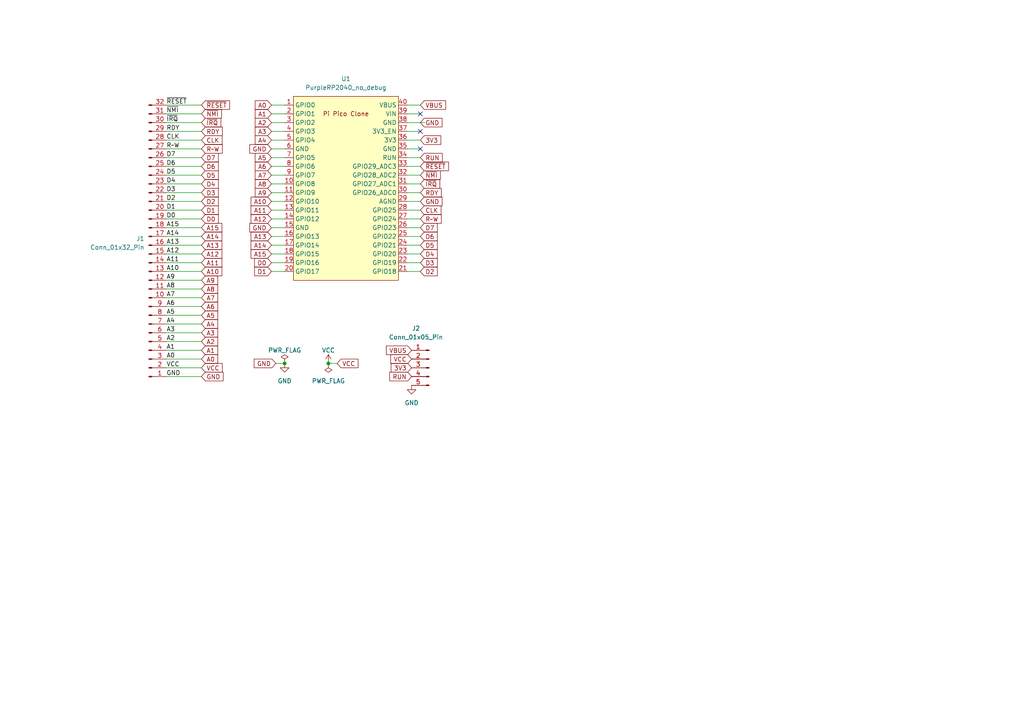
<source format=kicad_sch>
(kicad_sch (version 20230121) (generator eeschema)

  (uuid 3c1fef5e-4739-49a4-b0d7-3978c4588341)

  (paper "A4")

  (title_block
    (title "Sorbus Computer RP2040 Purple")
  )

  (lib_symbols
    (symbol "Connector:Conn_01x05_Pin" (pin_names (offset 1.016) hide) (in_bom yes) (on_board yes)
      (property "Reference" "J" (at 0 7.62 0)
        (effects (font (size 1.27 1.27)))
      )
      (property "Value" "Conn_01x05_Pin" (at 0 -7.62 0)
        (effects (font (size 1.27 1.27)))
      )
      (property "Footprint" "" (at 0 0 0)
        (effects (font (size 1.27 1.27)) hide)
      )
      (property "Datasheet" "~" (at 0 0 0)
        (effects (font (size 1.27 1.27)) hide)
      )
      (property "ki_locked" "" (at 0 0 0)
        (effects (font (size 1.27 1.27)))
      )
      (property "ki_keywords" "connector" (at 0 0 0)
        (effects (font (size 1.27 1.27)) hide)
      )
      (property "ki_description" "Generic connector, single row, 01x05, script generated" (at 0 0 0)
        (effects (font (size 1.27 1.27)) hide)
      )
      (property "ki_fp_filters" "Connector*:*_1x??_*" (at 0 0 0)
        (effects (font (size 1.27 1.27)) hide)
      )
      (symbol "Conn_01x05_Pin_1_1"
        (polyline
          (pts
            (xy 1.27 -5.08)
            (xy 0.8636 -5.08)
          )
          (stroke (width 0.1524) (type default))
          (fill (type none))
        )
        (polyline
          (pts
            (xy 1.27 -2.54)
            (xy 0.8636 -2.54)
          )
          (stroke (width 0.1524) (type default))
          (fill (type none))
        )
        (polyline
          (pts
            (xy 1.27 0)
            (xy 0.8636 0)
          )
          (stroke (width 0.1524) (type default))
          (fill (type none))
        )
        (polyline
          (pts
            (xy 1.27 2.54)
            (xy 0.8636 2.54)
          )
          (stroke (width 0.1524) (type default))
          (fill (type none))
        )
        (polyline
          (pts
            (xy 1.27 5.08)
            (xy 0.8636 5.08)
          )
          (stroke (width 0.1524) (type default))
          (fill (type none))
        )
        (rectangle (start 0.8636 -4.953) (end 0 -5.207)
          (stroke (width 0.1524) (type default))
          (fill (type outline))
        )
        (rectangle (start 0.8636 -2.413) (end 0 -2.667)
          (stroke (width 0.1524) (type default))
          (fill (type outline))
        )
        (rectangle (start 0.8636 0.127) (end 0 -0.127)
          (stroke (width 0.1524) (type default))
          (fill (type outline))
        )
        (rectangle (start 0.8636 2.667) (end 0 2.413)
          (stroke (width 0.1524) (type default))
          (fill (type outline))
        )
        (rectangle (start 0.8636 5.207) (end 0 4.953)
          (stroke (width 0.1524) (type default))
          (fill (type outline))
        )
        (pin passive line (at 5.08 5.08 180) (length 3.81)
          (name "Pin_1" (effects (font (size 1.27 1.27))))
          (number "1" (effects (font (size 1.27 1.27))))
        )
        (pin passive line (at 5.08 2.54 180) (length 3.81)
          (name "Pin_2" (effects (font (size 1.27 1.27))))
          (number "2" (effects (font (size 1.27 1.27))))
        )
        (pin passive line (at 5.08 0 180) (length 3.81)
          (name "Pin_3" (effects (font (size 1.27 1.27))))
          (number "3" (effects (font (size 1.27 1.27))))
        )
        (pin passive line (at 5.08 -2.54 180) (length 3.81)
          (name "Pin_4" (effects (font (size 1.27 1.27))))
          (number "4" (effects (font (size 1.27 1.27))))
        )
        (pin passive line (at 5.08 -5.08 180) (length 3.81)
          (name "Pin_5" (effects (font (size 1.27 1.27))))
          (number "5" (effects (font (size 1.27 1.27))))
        )
      )
    )
    (symbol "Connector:Conn_01x32_Pin" (pin_names (offset 1.016) hide) (in_bom yes) (on_board yes)
      (property "Reference" "J" (at 0 40.64 0)
        (effects (font (size 1.27 1.27)))
      )
      (property "Value" "Conn_01x32_Pin" (at 0 -43.18 0)
        (effects (font (size 1.27 1.27)))
      )
      (property "Footprint" "" (at 0 0 0)
        (effects (font (size 1.27 1.27)) hide)
      )
      (property "Datasheet" "~" (at 0 0 0)
        (effects (font (size 1.27 1.27)) hide)
      )
      (property "ki_locked" "" (at 0 0 0)
        (effects (font (size 1.27 1.27)))
      )
      (property "ki_keywords" "connector" (at 0 0 0)
        (effects (font (size 1.27 1.27)) hide)
      )
      (property "ki_description" "Generic connector, single row, 01x32, script generated" (at 0 0 0)
        (effects (font (size 1.27 1.27)) hide)
      )
      (property "ki_fp_filters" "Connector*:*_1x??_*" (at 0 0 0)
        (effects (font (size 1.27 1.27)) hide)
      )
      (symbol "Conn_01x32_Pin_1_1"
        (polyline
          (pts
            (xy 1.27 -40.64)
            (xy 0.8636 -40.64)
          )
          (stroke (width 0.1524) (type default))
          (fill (type none))
        )
        (polyline
          (pts
            (xy 1.27 -38.1)
            (xy 0.8636 -38.1)
          )
          (stroke (width 0.1524) (type default))
          (fill (type none))
        )
        (polyline
          (pts
            (xy 1.27 -35.56)
            (xy 0.8636 -35.56)
          )
          (stroke (width 0.1524) (type default))
          (fill (type none))
        )
        (polyline
          (pts
            (xy 1.27 -33.02)
            (xy 0.8636 -33.02)
          )
          (stroke (width 0.1524) (type default))
          (fill (type none))
        )
        (polyline
          (pts
            (xy 1.27 -30.48)
            (xy 0.8636 -30.48)
          )
          (stroke (width 0.1524) (type default))
          (fill (type none))
        )
        (polyline
          (pts
            (xy 1.27 -27.94)
            (xy 0.8636 -27.94)
          )
          (stroke (width 0.1524) (type default))
          (fill (type none))
        )
        (polyline
          (pts
            (xy 1.27 -25.4)
            (xy 0.8636 -25.4)
          )
          (stroke (width 0.1524) (type default))
          (fill (type none))
        )
        (polyline
          (pts
            (xy 1.27 -22.86)
            (xy 0.8636 -22.86)
          )
          (stroke (width 0.1524) (type default))
          (fill (type none))
        )
        (polyline
          (pts
            (xy 1.27 -20.32)
            (xy 0.8636 -20.32)
          )
          (stroke (width 0.1524) (type default))
          (fill (type none))
        )
        (polyline
          (pts
            (xy 1.27 -17.78)
            (xy 0.8636 -17.78)
          )
          (stroke (width 0.1524) (type default))
          (fill (type none))
        )
        (polyline
          (pts
            (xy 1.27 -15.24)
            (xy 0.8636 -15.24)
          )
          (stroke (width 0.1524) (type default))
          (fill (type none))
        )
        (polyline
          (pts
            (xy 1.27 -12.7)
            (xy 0.8636 -12.7)
          )
          (stroke (width 0.1524) (type default))
          (fill (type none))
        )
        (polyline
          (pts
            (xy 1.27 -10.16)
            (xy 0.8636 -10.16)
          )
          (stroke (width 0.1524) (type default))
          (fill (type none))
        )
        (polyline
          (pts
            (xy 1.27 -7.62)
            (xy 0.8636 -7.62)
          )
          (stroke (width 0.1524) (type default))
          (fill (type none))
        )
        (polyline
          (pts
            (xy 1.27 -5.08)
            (xy 0.8636 -5.08)
          )
          (stroke (width 0.1524) (type default))
          (fill (type none))
        )
        (polyline
          (pts
            (xy 1.27 -2.54)
            (xy 0.8636 -2.54)
          )
          (stroke (width 0.1524) (type default))
          (fill (type none))
        )
        (polyline
          (pts
            (xy 1.27 0)
            (xy 0.8636 0)
          )
          (stroke (width 0.1524) (type default))
          (fill (type none))
        )
        (polyline
          (pts
            (xy 1.27 2.54)
            (xy 0.8636 2.54)
          )
          (stroke (width 0.1524) (type default))
          (fill (type none))
        )
        (polyline
          (pts
            (xy 1.27 5.08)
            (xy 0.8636 5.08)
          )
          (stroke (width 0.1524) (type default))
          (fill (type none))
        )
        (polyline
          (pts
            (xy 1.27 7.62)
            (xy 0.8636 7.62)
          )
          (stroke (width 0.1524) (type default))
          (fill (type none))
        )
        (polyline
          (pts
            (xy 1.27 10.16)
            (xy 0.8636 10.16)
          )
          (stroke (width 0.1524) (type default))
          (fill (type none))
        )
        (polyline
          (pts
            (xy 1.27 12.7)
            (xy 0.8636 12.7)
          )
          (stroke (width 0.1524) (type default))
          (fill (type none))
        )
        (polyline
          (pts
            (xy 1.27 15.24)
            (xy 0.8636 15.24)
          )
          (stroke (width 0.1524) (type default))
          (fill (type none))
        )
        (polyline
          (pts
            (xy 1.27 17.78)
            (xy 0.8636 17.78)
          )
          (stroke (width 0.1524) (type default))
          (fill (type none))
        )
        (polyline
          (pts
            (xy 1.27 20.32)
            (xy 0.8636 20.32)
          )
          (stroke (width 0.1524) (type default))
          (fill (type none))
        )
        (polyline
          (pts
            (xy 1.27 22.86)
            (xy 0.8636 22.86)
          )
          (stroke (width 0.1524) (type default))
          (fill (type none))
        )
        (polyline
          (pts
            (xy 1.27 25.4)
            (xy 0.8636 25.4)
          )
          (stroke (width 0.1524) (type default))
          (fill (type none))
        )
        (polyline
          (pts
            (xy 1.27 27.94)
            (xy 0.8636 27.94)
          )
          (stroke (width 0.1524) (type default))
          (fill (type none))
        )
        (polyline
          (pts
            (xy 1.27 30.48)
            (xy 0.8636 30.48)
          )
          (stroke (width 0.1524) (type default))
          (fill (type none))
        )
        (polyline
          (pts
            (xy 1.27 33.02)
            (xy 0.8636 33.02)
          )
          (stroke (width 0.1524) (type default))
          (fill (type none))
        )
        (polyline
          (pts
            (xy 1.27 35.56)
            (xy 0.8636 35.56)
          )
          (stroke (width 0.1524) (type default))
          (fill (type none))
        )
        (polyline
          (pts
            (xy 1.27 38.1)
            (xy 0.8636 38.1)
          )
          (stroke (width 0.1524) (type default))
          (fill (type none))
        )
        (rectangle (start 0.8636 -40.513) (end 0 -40.767)
          (stroke (width 0.1524) (type default))
          (fill (type outline))
        )
        (rectangle (start 0.8636 -37.973) (end 0 -38.227)
          (stroke (width 0.1524) (type default))
          (fill (type outline))
        )
        (rectangle (start 0.8636 -35.433) (end 0 -35.687)
          (stroke (width 0.1524) (type default))
          (fill (type outline))
        )
        (rectangle (start 0.8636 -32.893) (end 0 -33.147)
          (stroke (width 0.1524) (type default))
          (fill (type outline))
        )
        (rectangle (start 0.8636 -30.353) (end 0 -30.607)
          (stroke (width 0.1524) (type default))
          (fill (type outline))
        )
        (rectangle (start 0.8636 -27.813) (end 0 -28.067)
          (stroke (width 0.1524) (type default))
          (fill (type outline))
        )
        (rectangle (start 0.8636 -25.273) (end 0 -25.527)
          (stroke (width 0.1524) (type default))
          (fill (type outline))
        )
        (rectangle (start 0.8636 -22.733) (end 0 -22.987)
          (stroke (width 0.1524) (type default))
          (fill (type outline))
        )
        (rectangle (start 0.8636 -20.193) (end 0 -20.447)
          (stroke (width 0.1524) (type default))
          (fill (type outline))
        )
        (rectangle (start 0.8636 -17.653) (end 0 -17.907)
          (stroke (width 0.1524) (type default))
          (fill (type outline))
        )
        (rectangle (start 0.8636 -15.113) (end 0 -15.367)
          (stroke (width 0.1524) (type default))
          (fill (type outline))
        )
        (rectangle (start 0.8636 -12.573) (end 0 -12.827)
          (stroke (width 0.1524) (type default))
          (fill (type outline))
        )
        (rectangle (start 0.8636 -10.033) (end 0 -10.287)
          (stroke (width 0.1524) (type default))
          (fill (type outline))
        )
        (rectangle (start 0.8636 -7.493) (end 0 -7.747)
          (stroke (width 0.1524) (type default))
          (fill (type outline))
        )
        (rectangle (start 0.8636 -4.953) (end 0 -5.207)
          (stroke (width 0.1524) (type default))
          (fill (type outline))
        )
        (rectangle (start 0.8636 -2.413) (end 0 -2.667)
          (stroke (width 0.1524) (type default))
          (fill (type outline))
        )
        (rectangle (start 0.8636 0.127) (end 0 -0.127)
          (stroke (width 0.1524) (type default))
          (fill (type outline))
        )
        (rectangle (start 0.8636 2.667) (end 0 2.413)
          (stroke (width 0.1524) (type default))
          (fill (type outline))
        )
        (rectangle (start 0.8636 5.207) (end 0 4.953)
          (stroke (width 0.1524) (type default))
          (fill (type outline))
        )
        (rectangle (start 0.8636 7.747) (end 0 7.493)
          (stroke (width 0.1524) (type default))
          (fill (type outline))
        )
        (rectangle (start 0.8636 10.287) (end 0 10.033)
          (stroke (width 0.1524) (type default))
          (fill (type outline))
        )
        (rectangle (start 0.8636 12.827) (end 0 12.573)
          (stroke (width 0.1524) (type default))
          (fill (type outline))
        )
        (rectangle (start 0.8636 15.367) (end 0 15.113)
          (stroke (width 0.1524) (type default))
          (fill (type outline))
        )
        (rectangle (start 0.8636 17.907) (end 0 17.653)
          (stroke (width 0.1524) (type default))
          (fill (type outline))
        )
        (rectangle (start 0.8636 20.447) (end 0 20.193)
          (stroke (width 0.1524) (type default))
          (fill (type outline))
        )
        (rectangle (start 0.8636 22.987) (end 0 22.733)
          (stroke (width 0.1524) (type default))
          (fill (type outline))
        )
        (rectangle (start 0.8636 25.527) (end 0 25.273)
          (stroke (width 0.1524) (type default))
          (fill (type outline))
        )
        (rectangle (start 0.8636 28.067) (end 0 27.813)
          (stroke (width 0.1524) (type default))
          (fill (type outline))
        )
        (rectangle (start 0.8636 30.607) (end 0 30.353)
          (stroke (width 0.1524) (type default))
          (fill (type outline))
        )
        (rectangle (start 0.8636 33.147) (end 0 32.893)
          (stroke (width 0.1524) (type default))
          (fill (type outline))
        )
        (rectangle (start 0.8636 35.687) (end 0 35.433)
          (stroke (width 0.1524) (type default))
          (fill (type outline))
        )
        (rectangle (start 0.8636 38.227) (end 0 37.973)
          (stroke (width 0.1524) (type default))
          (fill (type outline))
        )
        (pin passive line (at 5.08 38.1 180) (length 3.81)
          (name "Pin_1" (effects (font (size 1.27 1.27))))
          (number "1" (effects (font (size 1.27 1.27))))
        )
        (pin passive line (at 5.08 15.24 180) (length 3.81)
          (name "Pin_10" (effects (font (size 1.27 1.27))))
          (number "10" (effects (font (size 1.27 1.27))))
        )
        (pin passive line (at 5.08 12.7 180) (length 3.81)
          (name "Pin_11" (effects (font (size 1.27 1.27))))
          (number "11" (effects (font (size 1.27 1.27))))
        )
        (pin passive line (at 5.08 10.16 180) (length 3.81)
          (name "Pin_12" (effects (font (size 1.27 1.27))))
          (number "12" (effects (font (size 1.27 1.27))))
        )
        (pin passive line (at 5.08 7.62 180) (length 3.81)
          (name "Pin_13" (effects (font (size 1.27 1.27))))
          (number "13" (effects (font (size 1.27 1.27))))
        )
        (pin passive line (at 5.08 5.08 180) (length 3.81)
          (name "Pin_14" (effects (font (size 1.27 1.27))))
          (number "14" (effects (font (size 1.27 1.27))))
        )
        (pin passive line (at 5.08 2.54 180) (length 3.81)
          (name "Pin_15" (effects (font (size 1.27 1.27))))
          (number "15" (effects (font (size 1.27 1.27))))
        )
        (pin passive line (at 5.08 0 180) (length 3.81)
          (name "Pin_16" (effects (font (size 1.27 1.27))))
          (number "16" (effects (font (size 1.27 1.27))))
        )
        (pin passive line (at 5.08 -2.54 180) (length 3.81)
          (name "Pin_17" (effects (font (size 1.27 1.27))))
          (number "17" (effects (font (size 1.27 1.27))))
        )
        (pin passive line (at 5.08 -5.08 180) (length 3.81)
          (name "Pin_18" (effects (font (size 1.27 1.27))))
          (number "18" (effects (font (size 1.27 1.27))))
        )
        (pin passive line (at 5.08 -7.62 180) (length 3.81)
          (name "Pin_19" (effects (font (size 1.27 1.27))))
          (number "19" (effects (font (size 1.27 1.27))))
        )
        (pin passive line (at 5.08 35.56 180) (length 3.81)
          (name "Pin_2" (effects (font (size 1.27 1.27))))
          (number "2" (effects (font (size 1.27 1.27))))
        )
        (pin passive line (at 5.08 -10.16 180) (length 3.81)
          (name "Pin_20" (effects (font (size 1.27 1.27))))
          (number "20" (effects (font (size 1.27 1.27))))
        )
        (pin passive line (at 5.08 -12.7 180) (length 3.81)
          (name "Pin_21" (effects (font (size 1.27 1.27))))
          (number "21" (effects (font (size 1.27 1.27))))
        )
        (pin passive line (at 5.08 -15.24 180) (length 3.81)
          (name "Pin_22" (effects (font (size 1.27 1.27))))
          (number "22" (effects (font (size 1.27 1.27))))
        )
        (pin passive line (at 5.08 -17.78 180) (length 3.81)
          (name "Pin_23" (effects (font (size 1.27 1.27))))
          (number "23" (effects (font (size 1.27 1.27))))
        )
        (pin passive line (at 5.08 -20.32 180) (length 3.81)
          (name "Pin_24" (effects (font (size 1.27 1.27))))
          (number "24" (effects (font (size 1.27 1.27))))
        )
        (pin passive line (at 5.08 -22.86 180) (length 3.81)
          (name "Pin_25" (effects (font (size 1.27 1.27))))
          (number "25" (effects (font (size 1.27 1.27))))
        )
        (pin passive line (at 5.08 -25.4 180) (length 3.81)
          (name "Pin_26" (effects (font (size 1.27 1.27))))
          (number "26" (effects (font (size 1.27 1.27))))
        )
        (pin passive line (at 5.08 -27.94 180) (length 3.81)
          (name "Pin_27" (effects (font (size 1.27 1.27))))
          (number "27" (effects (font (size 1.27 1.27))))
        )
        (pin passive line (at 5.08 -30.48 180) (length 3.81)
          (name "Pin_28" (effects (font (size 1.27 1.27))))
          (number "28" (effects (font (size 1.27 1.27))))
        )
        (pin passive line (at 5.08 -33.02 180) (length 3.81)
          (name "Pin_29" (effects (font (size 1.27 1.27))))
          (number "29" (effects (font (size 1.27 1.27))))
        )
        (pin passive line (at 5.08 33.02 180) (length 3.81)
          (name "Pin_3" (effects (font (size 1.27 1.27))))
          (number "3" (effects (font (size 1.27 1.27))))
        )
        (pin passive line (at 5.08 -35.56 180) (length 3.81)
          (name "Pin_30" (effects (font (size 1.27 1.27))))
          (number "30" (effects (font (size 1.27 1.27))))
        )
        (pin passive line (at 5.08 -38.1 180) (length 3.81)
          (name "Pin_31" (effects (font (size 1.27 1.27))))
          (number "31" (effects (font (size 1.27 1.27))))
        )
        (pin passive line (at 5.08 -40.64 180) (length 3.81)
          (name "Pin_32" (effects (font (size 1.27 1.27))))
          (number "32" (effects (font (size 1.27 1.27))))
        )
        (pin passive line (at 5.08 30.48 180) (length 3.81)
          (name "Pin_4" (effects (font (size 1.27 1.27))))
          (number "4" (effects (font (size 1.27 1.27))))
        )
        (pin passive line (at 5.08 27.94 180) (length 3.81)
          (name "Pin_5" (effects (font (size 1.27 1.27))))
          (number "5" (effects (font (size 1.27 1.27))))
        )
        (pin passive line (at 5.08 25.4 180) (length 3.81)
          (name "Pin_6" (effects (font (size 1.27 1.27))))
          (number "6" (effects (font (size 1.27 1.27))))
        )
        (pin passive line (at 5.08 22.86 180) (length 3.81)
          (name "Pin_7" (effects (font (size 1.27 1.27))))
          (number "7" (effects (font (size 1.27 1.27))))
        )
        (pin passive line (at 5.08 20.32 180) (length 3.81)
          (name "Pin_8" (effects (font (size 1.27 1.27))))
          (number "8" (effects (font (size 1.27 1.27))))
        )
        (pin passive line (at 5.08 17.78 180) (length 3.81)
          (name "Pin_9" (effects (font (size 1.27 1.27))))
          (number "9" (effects (font (size 1.27 1.27))))
        )
      )
    )
    (symbol "MCU_RaspberryPi_and_Boards:PurpleRP2040_no_debug" (in_bom yes) (on_board yes)
      (property "Reference" "U" (at -13.97 27.94 0)
        (effects (font (size 1.27 1.27)))
      )
      (property "Value" "PurpleRP2040_no_debug" (at 0 19.05 0)
        (effects (font (size 1.27 1.27)))
      )
      (property "Footprint" "RPi_Pico:RPi_Pico_SMD_TH" (at 0 0 90)
        (effects (font (size 1.27 1.27)) hide)
      )
      (property "Datasheet" "" (at 0 0 0)
        (effects (font (size 1.27 1.27)) hide)
      )
      (symbol "PurpleRP2040_no_debug_0_1"
        (rectangle (start -15.24 26.67) (end 15.24 -26.67)
          (stroke (width 0) (type default))
          (fill (type background))
        )
      )
      (symbol "PurpleRP2040_no_debug_1_0"
        (text "Pi Pico Clone" (at 0 21.59 0)
          (effects (font (size 1.27 1.27)))
        )
      )
      (symbol "PurpleRP2040_no_debug_1_1"
        (pin bidirectional line (at -17.78 24.13 0) (length 2.54)
          (name "GPIO0" (effects (font (size 1.27 1.27))))
          (number "1" (effects (font (size 1.27 1.27))))
        )
        (pin bidirectional line (at -17.78 1.27 0) (length 2.54)
          (name "GPIO8" (effects (font (size 1.27 1.27))))
          (number "10" (effects (font (size 1.27 1.27))))
        )
        (pin bidirectional line (at -17.78 -1.27 0) (length 2.54)
          (name "GPIO9" (effects (font (size 1.27 1.27))))
          (number "11" (effects (font (size 1.27 1.27))))
        )
        (pin bidirectional line (at -17.78 -3.81 0) (length 2.54)
          (name "GPIO10" (effects (font (size 1.27 1.27))))
          (number "12" (effects (font (size 1.27 1.27))))
        )
        (pin bidirectional line (at -17.78 -6.35 0) (length 2.54)
          (name "GPIO11" (effects (font (size 1.27 1.27))))
          (number "13" (effects (font (size 1.27 1.27))))
        )
        (pin bidirectional line (at -17.78 -8.89 0) (length 2.54)
          (name "GPIO12" (effects (font (size 1.27 1.27))))
          (number "14" (effects (font (size 1.27 1.27))))
        )
        (pin power_in line (at -17.78 -11.43 0) (length 2.54)
          (name "GND" (effects (font (size 1.27 1.27))))
          (number "15" (effects (font (size 1.27 1.27))))
        )
        (pin bidirectional line (at -17.78 -13.97 0) (length 2.54)
          (name "GPIO13" (effects (font (size 1.27 1.27))))
          (number "16" (effects (font (size 1.27 1.27))))
        )
        (pin bidirectional line (at -17.78 -16.51 0) (length 2.54)
          (name "GPIO14" (effects (font (size 1.27 1.27))))
          (number "17" (effects (font (size 1.27 1.27))))
        )
        (pin bidirectional line (at -17.78 -19.05 0) (length 2.54)
          (name "GPIO15" (effects (font (size 1.27 1.27))))
          (number "18" (effects (font (size 1.27 1.27))))
        )
        (pin bidirectional line (at -17.78 -21.59 0) (length 2.54)
          (name "GPIO16" (effects (font (size 1.27 1.27))))
          (number "19" (effects (font (size 1.27 1.27))))
        )
        (pin bidirectional line (at -17.78 21.59 0) (length 2.54)
          (name "GPIO1" (effects (font (size 1.27 1.27))))
          (number "2" (effects (font (size 1.27 1.27))))
        )
        (pin bidirectional line (at -17.78 -24.13 0) (length 2.54)
          (name "GPIO17" (effects (font (size 1.27 1.27))))
          (number "20" (effects (font (size 1.27 1.27))))
        )
        (pin bidirectional line (at 17.78 -24.13 180) (length 2.54)
          (name "GPIO18" (effects (font (size 1.27 1.27))))
          (number "21" (effects (font (size 1.27 1.27))))
        )
        (pin bidirectional line (at 17.78 -21.59 180) (length 2.54)
          (name "GPIO19" (effects (font (size 1.27 1.27))))
          (number "22" (effects (font (size 1.27 1.27))))
        )
        (pin bidirectional line (at 17.78 -19.05 180) (length 2.54)
          (name "GPIO20" (effects (font (size 1.27 1.27))))
          (number "23" (effects (font (size 1.27 1.27))))
        )
        (pin bidirectional line (at 17.78 -16.51 180) (length 2.54)
          (name "GPIO21" (effects (font (size 1.27 1.27))))
          (number "24" (effects (font (size 1.27 1.27))))
        )
        (pin bidirectional line (at 17.78 -13.97 180) (length 2.54)
          (name "GPIO22" (effects (font (size 1.27 1.27))))
          (number "25" (effects (font (size 1.27 1.27))))
        )
        (pin bidirectional line (at 17.78 -11.43 180) (length 2.54)
          (name "GPIO23" (effects (font (size 1.27 1.27))))
          (number "26" (effects (font (size 1.27 1.27))))
        )
        (pin bidirectional line (at 17.78 -8.89 180) (length 2.54)
          (name "GPIO24" (effects (font (size 1.27 1.27))))
          (number "27" (effects (font (size 1.27 1.27))))
        )
        (pin bidirectional line (at 17.78 -6.35 180) (length 2.54)
          (name "GPIO25" (effects (font (size 1.27 1.27))))
          (number "28" (effects (font (size 1.27 1.27))))
        )
        (pin power_in line (at 17.78 -3.81 180) (length 2.54)
          (name "AGND" (effects (font (size 1.27 1.27))))
          (number "29" (effects (font (size 1.27 1.27))))
        )
        (pin bidirectional line (at -17.78 19.05 0) (length 2.54)
          (name "GPIO2" (effects (font (size 1.27 1.27))))
          (number "3" (effects (font (size 1.27 1.27))))
        )
        (pin bidirectional line (at 17.78 -1.27 180) (length 2.54)
          (name "GPIO26_ADC0" (effects (font (size 1.27 1.27))))
          (number "30" (effects (font (size 1.27 1.27))))
        )
        (pin bidirectional line (at 17.78 1.27 180) (length 2.54)
          (name "GPIO27_ADC1" (effects (font (size 1.27 1.27))))
          (number "31" (effects (font (size 1.27 1.27))))
        )
        (pin bidirectional line (at 17.78 3.81 180) (length 2.54)
          (name "GPIO28_ADC2" (effects (font (size 1.27 1.27))))
          (number "32" (effects (font (size 1.27 1.27))))
        )
        (pin bidirectional line (at 17.78 6.35 180) (length 2.54)
          (name "GPIO29_ADC3" (effects (font (size 1.27 1.27))))
          (number "33" (effects (font (size 1.27 1.27))))
        )
        (pin input line (at 17.78 8.89 180) (length 2.54)
          (name "RUN" (effects (font (size 1.27 1.27))))
          (number "34" (effects (font (size 1.27 1.27))))
        )
        (pin power_in line (at 17.78 11.43 180) (length 2.54)
          (name "GND" (effects (font (size 1.27 1.27))))
          (number "35" (effects (font (size 1.27 1.27))))
        )
        (pin power_in line (at 17.78 13.97 180) (length 2.54)
          (name "3V3" (effects (font (size 1.27 1.27))))
          (number "36" (effects (font (size 1.27 1.27))))
        )
        (pin input line (at 17.78 16.51 180) (length 2.54)
          (name "3V3_EN" (effects (font (size 1.27 1.27))))
          (number "37" (effects (font (size 1.27 1.27))))
        )
        (pin power_in line (at 17.78 19.05 180) (length 2.54)
          (name "GND" (effects (font (size 1.27 1.27))))
          (number "38" (effects (font (size 1.27 1.27))))
        )
        (pin power_in line (at 17.78 21.59 180) (length 2.54)
          (name "VIN" (effects (font (size 1.27 1.27))))
          (number "39" (effects (font (size 1.27 1.27))))
        )
        (pin bidirectional line (at -17.78 16.51 0) (length 2.54)
          (name "GPIO3" (effects (font (size 1.27 1.27))))
          (number "4" (effects (font (size 1.27 1.27))))
        )
        (pin power_in line (at 17.78 24.13 180) (length 2.54)
          (name "VBUS" (effects (font (size 1.27 1.27))))
          (number "40" (effects (font (size 1.27 1.27))))
        )
        (pin bidirectional line (at -17.78 13.97 0) (length 2.54)
          (name "GPIO4" (effects (font (size 1.27 1.27))))
          (number "5" (effects (font (size 1.27 1.27))))
        )
        (pin power_in line (at -17.78 11.43 0) (length 2.54)
          (name "GND" (effects (font (size 1.27 1.27))))
          (number "6" (effects (font (size 1.27 1.27))))
        )
        (pin bidirectional line (at -17.78 8.89 0) (length 2.54)
          (name "GPIO5" (effects (font (size 1.27 1.27))))
          (number "7" (effects (font (size 1.27 1.27))))
        )
        (pin bidirectional line (at -17.78 6.35 0) (length 2.54)
          (name "GPIO6" (effects (font (size 1.27 1.27))))
          (number "8" (effects (font (size 1.27 1.27))))
        )
        (pin bidirectional line (at -17.78 3.81 0) (length 2.54)
          (name "GPIO7" (effects (font (size 1.27 1.27))))
          (number "9" (effects (font (size 1.27 1.27))))
        )
      )
    )
    (symbol "power:GND" (power) (pin_names (offset 0)) (in_bom yes) (on_board yes)
      (property "Reference" "#PWR" (at 0 -6.35 0)
        (effects (font (size 1.27 1.27)) hide)
      )
      (property "Value" "GND" (at 0 -3.81 0)
        (effects (font (size 1.27 1.27)))
      )
      (property "Footprint" "" (at 0 0 0)
        (effects (font (size 1.27 1.27)) hide)
      )
      (property "Datasheet" "" (at 0 0 0)
        (effects (font (size 1.27 1.27)) hide)
      )
      (property "ki_keywords" "global power" (at 0 0 0)
        (effects (font (size 1.27 1.27)) hide)
      )
      (property "ki_description" "Power symbol creates a global label with name \"GND\" , ground" (at 0 0 0)
        (effects (font (size 1.27 1.27)) hide)
      )
      (symbol "GND_0_1"
        (polyline
          (pts
            (xy 0 0)
            (xy 0 -1.27)
            (xy 1.27 -1.27)
            (xy 0 -2.54)
            (xy -1.27 -1.27)
            (xy 0 -1.27)
          )
          (stroke (width 0) (type default))
          (fill (type none))
        )
      )
      (symbol "GND_1_1"
        (pin power_in line (at 0 0 270) (length 0) hide
          (name "GND" (effects (font (size 1.27 1.27))))
          (number "1" (effects (font (size 1.27 1.27))))
        )
      )
    )
    (symbol "power:PWR_FLAG" (power) (pin_numbers hide) (pin_names (offset 0) hide) (in_bom yes) (on_board yes)
      (property "Reference" "#FLG" (at 0 1.905 0)
        (effects (font (size 1.27 1.27)) hide)
      )
      (property "Value" "PWR_FLAG" (at 0 3.81 0)
        (effects (font (size 1.27 1.27)))
      )
      (property "Footprint" "" (at 0 0 0)
        (effects (font (size 1.27 1.27)) hide)
      )
      (property "Datasheet" "~" (at 0 0 0)
        (effects (font (size 1.27 1.27)) hide)
      )
      (property "ki_keywords" "flag power" (at 0 0 0)
        (effects (font (size 1.27 1.27)) hide)
      )
      (property "ki_description" "Special symbol for telling ERC where power comes from" (at 0 0 0)
        (effects (font (size 1.27 1.27)) hide)
      )
      (symbol "PWR_FLAG_0_0"
        (pin power_out line (at 0 0 90) (length 0)
          (name "pwr" (effects (font (size 1.27 1.27))))
          (number "1" (effects (font (size 1.27 1.27))))
        )
      )
      (symbol "PWR_FLAG_0_1"
        (polyline
          (pts
            (xy 0 0)
            (xy 0 1.27)
            (xy -1.016 1.905)
            (xy 0 2.54)
            (xy 1.016 1.905)
            (xy 0 1.27)
          )
          (stroke (width 0) (type default))
          (fill (type none))
        )
      )
    )
    (symbol "power:VCC" (power) (pin_names (offset 0)) (in_bom yes) (on_board yes)
      (property "Reference" "#PWR" (at 0 -3.81 0)
        (effects (font (size 1.27 1.27)) hide)
      )
      (property "Value" "VCC" (at 0 3.81 0)
        (effects (font (size 1.27 1.27)))
      )
      (property "Footprint" "" (at 0 0 0)
        (effects (font (size 1.27 1.27)) hide)
      )
      (property "Datasheet" "" (at 0 0 0)
        (effects (font (size 1.27 1.27)) hide)
      )
      (property "ki_keywords" "global power" (at 0 0 0)
        (effects (font (size 1.27 1.27)) hide)
      )
      (property "ki_description" "Power symbol creates a global label with name \"VCC\"" (at 0 0 0)
        (effects (font (size 1.27 1.27)) hide)
      )
      (symbol "VCC_0_1"
        (polyline
          (pts
            (xy -0.762 1.27)
            (xy 0 2.54)
          )
          (stroke (width 0) (type default))
          (fill (type none))
        )
        (polyline
          (pts
            (xy 0 0)
            (xy 0 2.54)
          )
          (stroke (width 0) (type default))
          (fill (type none))
        )
        (polyline
          (pts
            (xy 0 2.54)
            (xy 0.762 1.27)
          )
          (stroke (width 0) (type default))
          (fill (type none))
        )
      )
      (symbol "VCC_1_1"
        (pin power_in line (at 0 0 90) (length 0) hide
          (name "VCC" (effects (font (size 1.27 1.27))))
          (number "1" (effects (font (size 1.27 1.27))))
        )
      )
    )
  )

  (junction (at 82.55 105.41) (diameter 0) (color 0 0 0 0)
    (uuid 33ab8528-3b64-4937-929f-b99852fab14b)
  )
  (junction (at 95.25 105.41) (diameter 0) (color 0 0 0 0)
    (uuid 754adef4-0f5d-4a2d-a8bb-47f128e0e8eb)
  )

  (no_connect (at 121.92 38.1) (uuid 87ba72e1-9501-4ca5-9e93-4c4ff5e6331b))
  (no_connect (at 121.92 43.18) (uuid 9ea107ad-ce96-49ff-8e95-5726871037fe))
  (no_connect (at 121.92 33.02) (uuid c957d8c2-1744-4e72-940c-658e5c4965e3))

  (wire (pts (xy 48.26 38.1) (xy 58.42 38.1))
    (stroke (width 0) (type default))
    (uuid 05ea5f3d-a314-49f0-a20d-6671b7d66397)
  )
  (wire (pts (xy 48.26 60.96) (xy 58.42 60.96))
    (stroke (width 0) (type default))
    (uuid 08e88321-e2cd-4ec8-85bc-6f761758ed3f)
  )
  (wire (pts (xy 48.26 76.2) (xy 58.42 76.2))
    (stroke (width 0) (type default))
    (uuid 0951ee59-832b-42ef-a99b-c3ffc28465f3)
  )
  (wire (pts (xy 48.26 96.52) (xy 58.42 96.52))
    (stroke (width 0) (type default))
    (uuid 0a3e7742-fc25-44dc-ae94-dbcba269d0ee)
  )
  (wire (pts (xy 118.11 45.72) (xy 121.92 45.72))
    (stroke (width 0) (type default))
    (uuid 0c3d3abf-b6a2-4780-a206-b366b419b949)
  )
  (wire (pts (xy 118.11 53.34) (xy 121.92 53.34))
    (stroke (width 0) (type default))
    (uuid 0dbac652-0d3e-42dd-89cf-dbf804e84558)
  )
  (wire (pts (xy 118.11 50.8) (xy 121.92 50.8))
    (stroke (width 0) (type default))
    (uuid 10a3b2ba-c9d1-4b34-947c-b1986cbc625c)
  )
  (wire (pts (xy 48.26 93.98) (xy 58.42 93.98))
    (stroke (width 0) (type default))
    (uuid 1158d4a0-974f-4caa-919c-c4db5065ccb0)
  )
  (wire (pts (xy 78.74 40.64) (xy 82.55 40.64))
    (stroke (width 0) (type default))
    (uuid 126da5d6-4c9d-47e6-a342-760af32e6572)
  )
  (wire (pts (xy 48.26 101.6) (xy 58.42 101.6))
    (stroke (width 0) (type default))
    (uuid 1770daa1-23f6-486a-a327-4e254fe74a3f)
  )
  (wire (pts (xy 48.26 88.9) (xy 58.42 88.9))
    (stroke (width 0) (type default))
    (uuid 19db1049-1603-4485-a4fb-598237f3764b)
  )
  (wire (pts (xy 118.11 76.2) (xy 121.92 76.2))
    (stroke (width 0) (type default))
    (uuid 1aea3d91-f79f-49e1-b414-4e02d9c6186f)
  )
  (wire (pts (xy 48.26 43.18) (xy 58.42 43.18))
    (stroke (width 0) (type default))
    (uuid 1d144138-a650-4f38-9a69-394df7423bd8)
  )
  (wire (pts (xy 48.26 48.26) (xy 58.42 48.26))
    (stroke (width 0) (type default))
    (uuid 206f45ca-e544-4e4c-98dd-1edfec982bb8)
  )
  (wire (pts (xy 78.74 76.2) (xy 82.55 76.2))
    (stroke (width 0) (type default))
    (uuid 28d27acc-b097-4c73-b641-ea0518a8c7e7)
  )
  (wire (pts (xy 48.26 109.22) (xy 58.42 109.22))
    (stroke (width 0) (type default))
    (uuid 2bb91b5c-2dac-4581-a730-2e6b0f7a1c98)
  )
  (wire (pts (xy 78.74 53.34) (xy 82.55 53.34))
    (stroke (width 0) (type default))
    (uuid 2cecea1e-3023-430b-a7b9-48b7722501ba)
  )
  (wire (pts (xy 48.26 50.8) (xy 58.42 50.8))
    (stroke (width 0) (type default))
    (uuid 38b3fef6-7b84-4beb-b32c-6c474b4aa9a7)
  )
  (wire (pts (xy 118.11 35.56) (xy 123.19 35.56))
    (stroke (width 0) (type default))
    (uuid 3961f66a-49c1-451f-abfe-a102241e1e4a)
  )
  (wire (pts (xy 78.74 71.12) (xy 82.55 71.12))
    (stroke (width 0) (type default))
    (uuid 3af51796-4c49-45f9-80ac-605b7869e278)
  )
  (wire (pts (xy 48.26 66.04) (xy 58.42 66.04))
    (stroke (width 0) (type default))
    (uuid 3bdd6a1d-dc64-4598-a6b2-cb3b36d44fef)
  )
  (wire (pts (xy 118.11 48.26) (xy 121.92 48.26))
    (stroke (width 0) (type default))
    (uuid 3c22277a-529c-4787-b3d9-ff102e0403ef)
  )
  (wire (pts (xy 118.11 68.58) (xy 121.92 68.58))
    (stroke (width 0) (type default))
    (uuid 51a06ac8-8cf0-45d3-b364-b8ac763c0f47)
  )
  (wire (pts (xy 118.11 55.88) (xy 121.92 55.88))
    (stroke (width 0) (type default))
    (uuid 5a28a6ab-196d-4fd0-90c2-4fa06bbe48d2)
  )
  (wire (pts (xy 78.74 50.8) (xy 82.55 50.8))
    (stroke (width 0) (type default))
    (uuid 5d164db0-586b-4ad9-88be-165880b64e6b)
  )
  (wire (pts (xy 78.74 38.1) (xy 82.55 38.1))
    (stroke (width 0) (type default))
    (uuid 603cf7fd-0138-45ae-a9b1-3f5aec2f4e26)
  )
  (wire (pts (xy 78.74 55.88) (xy 82.55 55.88))
    (stroke (width 0) (type default))
    (uuid 62df5ce4-75e5-4bb7-9616-486e7e9016a5)
  )
  (wire (pts (xy 48.26 45.72) (xy 58.42 45.72))
    (stroke (width 0) (type default))
    (uuid 68f12592-8385-41fe-b3d2-75d48cdcac4b)
  )
  (wire (pts (xy 118.11 71.12) (xy 121.92 71.12))
    (stroke (width 0) (type default))
    (uuid 6d23594b-a2e6-4fca-b827-bd94723ee6e6)
  )
  (wire (pts (xy 78.74 68.58) (xy 82.55 68.58))
    (stroke (width 0) (type default))
    (uuid 6ecbc1e3-829b-49b1-954a-2e67656c3cd6)
  )
  (wire (pts (xy 48.26 55.88) (xy 58.42 55.88))
    (stroke (width 0) (type default))
    (uuid 70da0597-721f-4513-89cd-cab0461667b9)
  )
  (wire (pts (xy 48.26 58.42) (xy 58.42 58.42))
    (stroke (width 0) (type default))
    (uuid 74439f24-813f-4d77-a0af-608e7dc13c1f)
  )
  (wire (pts (xy 48.26 71.12) (xy 58.42 71.12))
    (stroke (width 0) (type default))
    (uuid 791bd02f-69f8-4307-bf68-ef71ed327a53)
  )
  (wire (pts (xy 78.74 35.56) (xy 82.55 35.56))
    (stroke (width 0) (type default))
    (uuid 7ad7c474-f02d-455c-8716-928cfbeb54c1)
  )
  (wire (pts (xy 48.26 63.5) (xy 58.42 63.5))
    (stroke (width 0) (type default))
    (uuid 878d32f8-6b4e-42d1-9f14-e696aca0b9ac)
  )
  (wire (pts (xy 48.26 73.66) (xy 58.42 73.66))
    (stroke (width 0) (type default))
    (uuid 8f961d9a-3be7-4358-8a40-1c720ef2e1bf)
  )
  (wire (pts (xy 118.11 58.42) (xy 121.92 58.42))
    (stroke (width 0) (type default))
    (uuid 8fb5eb97-d1d7-49e5-847c-ba9b6f44605a)
  )
  (wire (pts (xy 48.26 33.02) (xy 58.42 33.02))
    (stroke (width 0) (type default))
    (uuid 92362781-7e1e-4cf7-92b0-ca32817df617)
  )
  (wire (pts (xy 48.26 30.48) (xy 58.42 30.48))
    (stroke (width 0) (type default))
    (uuid 966a2ecf-668f-4a7d-81a4-1b4ee3ac46b6)
  )
  (wire (pts (xy 78.74 58.42) (xy 82.55 58.42))
    (stroke (width 0) (type default))
    (uuid 98c7f89d-bf26-4103-a687-9a97e4eb1460)
  )
  (wire (pts (xy 118.11 60.96) (xy 121.92 60.96))
    (stroke (width 0) (type default))
    (uuid 9ef2f68f-78a9-4a61-bdd7-f437cf2a9a54)
  )
  (wire (pts (xy 78.74 48.26) (xy 82.55 48.26))
    (stroke (width 0) (type default))
    (uuid 9f18c6ed-4b63-4ebf-9c2d-681a0f08ec06)
  )
  (wire (pts (xy 118.11 73.66) (xy 121.92 73.66))
    (stroke (width 0) (type default))
    (uuid a2da4c60-2992-4fc8-b8ad-423ed0c571ef)
  )
  (wire (pts (xy 78.74 78.74) (xy 82.55 78.74))
    (stroke (width 0) (type default))
    (uuid a4765a9f-a0ac-4cb5-939a-3a66119b3cf8)
  )
  (wire (pts (xy 118.11 78.74) (xy 121.92 78.74))
    (stroke (width 0) (type default))
    (uuid a591dfe7-96ea-4884-8f2e-aefc09086a49)
  )
  (wire (pts (xy 48.26 83.82) (xy 58.42 83.82))
    (stroke (width 0) (type default))
    (uuid a65dcea8-1f57-432f-a6c5-459c9e3725c1)
  )
  (wire (pts (xy 78.74 45.72) (xy 82.55 45.72))
    (stroke (width 0) (type default))
    (uuid a8efa48c-c84f-4eef-9b68-20b85d57c00d)
  )
  (wire (pts (xy 80.01 105.41) (xy 82.55 105.41))
    (stroke (width 0) (type default))
    (uuid adb9674b-d529-406a-8fc4-b3d2fc0c1fee)
  )
  (wire (pts (xy 118.11 33.02) (xy 121.92 33.02))
    (stroke (width 0) (type default))
    (uuid af72c0b2-9af2-438e-ad42-28089a6b77f3)
  )
  (wire (pts (xy 78.74 66.04) (xy 82.55 66.04))
    (stroke (width 0) (type default))
    (uuid afec2560-92b5-4c17-a6ea-10cec38740dc)
  )
  (wire (pts (xy 48.26 106.68) (xy 58.42 106.68))
    (stroke (width 0) (type default))
    (uuid afed0170-eae4-40e6-a0de-527a87bc9cb1)
  )
  (wire (pts (xy 48.26 53.34) (xy 58.42 53.34))
    (stroke (width 0) (type default))
    (uuid aff0c9c2-ef33-40d6-8f6d-3e2a513b059c)
  )
  (wire (pts (xy 118.11 30.48) (xy 121.92 30.48))
    (stroke (width 0) (type default))
    (uuid b02cef8f-a043-48da-8f74-b440c537f5a1)
  )
  (wire (pts (xy 95.25 105.41) (xy 97.79 105.41))
    (stroke (width 0) (type default))
    (uuid b0b0ade3-a211-4d31-a6f6-434e39127dd1)
  )
  (wire (pts (xy 78.74 33.02) (xy 82.55 33.02))
    (stroke (width 0) (type default))
    (uuid b3622a37-d380-402e-84fd-47e1ba93556e)
  )
  (wire (pts (xy 78.74 30.48) (xy 82.55 30.48))
    (stroke (width 0) (type default))
    (uuid ba8f7b38-2b88-4a34-99d8-b93bdcf5f06a)
  )
  (wire (pts (xy 78.74 73.66) (xy 82.55 73.66))
    (stroke (width 0) (type default))
    (uuid bd78e7e7-b612-4f72-bfe3-9f486f388f3d)
  )
  (wire (pts (xy 48.26 86.36) (xy 58.42 86.36))
    (stroke (width 0) (type default))
    (uuid bfaeb17a-a692-44f3-9cb9-370fcc5901d1)
  )
  (wire (pts (xy 78.74 60.96) (xy 82.55 60.96))
    (stroke (width 0) (type default))
    (uuid c4b0b1b3-f54b-457d-99a7-e1a799a189b9)
  )
  (wire (pts (xy 48.26 35.56) (xy 58.42 35.56))
    (stroke (width 0) (type default))
    (uuid c5e12264-f6ce-431d-aa81-39aac17e31a5)
  )
  (wire (pts (xy 78.74 43.18) (xy 82.55 43.18))
    (stroke (width 0) (type default))
    (uuid c874a720-8f4d-4502-a6f3-f7527285c287)
  )
  (wire (pts (xy 78.74 63.5) (xy 82.55 63.5))
    (stroke (width 0) (type default))
    (uuid e290e4fa-d843-47c4-a1bc-7782726aa918)
  )
  (wire (pts (xy 48.26 68.58) (xy 58.42 68.58))
    (stroke (width 0) (type default))
    (uuid e34646d4-0069-475a-84e6-457abdcc6441)
  )
  (wire (pts (xy 118.11 66.04) (xy 121.92 66.04))
    (stroke (width 0) (type default))
    (uuid e7966f37-ff14-46ef-8c31-f92c422c89d3)
  )
  (wire (pts (xy 48.26 99.06) (xy 58.42 99.06))
    (stroke (width 0) (type default))
    (uuid ea6f65c2-b380-42ea-8cab-00bf7e18b9d4)
  )
  (wire (pts (xy 48.26 91.44) (xy 58.42 91.44))
    (stroke (width 0) (type default))
    (uuid ea98244c-d28b-4f18-9f08-64c11d4dc9ea)
  )
  (wire (pts (xy 118.11 63.5) (xy 121.92 63.5))
    (stroke (width 0) (type default))
    (uuid ebe21ac8-39cb-477c-abf0-f204bbc2bbdd)
  )
  (wire (pts (xy 118.11 40.64) (xy 121.92 40.64))
    (stroke (width 0) (type default))
    (uuid ec20b9b5-ec64-4a82-a0cc-f42f50c5dee2)
  )
  (wire (pts (xy 48.26 81.28) (xy 58.42 81.28))
    (stroke (width 0) (type default))
    (uuid edd02a6b-e3cf-4c59-a49b-69b839b22eeb)
  )
  (wire (pts (xy 118.11 43.18) (xy 121.92 43.18))
    (stroke (width 0) (type default))
    (uuid eed0855c-f1a7-4558-a6d0-4b765003c035)
  )
  (wire (pts (xy 118.11 38.1) (xy 121.92 38.1))
    (stroke (width 0) (type default))
    (uuid f0676b5f-5c47-48a8-96ab-2f6e002f5bc2)
  )
  (wire (pts (xy 48.26 104.14) (xy 58.42 104.14))
    (stroke (width 0) (type default))
    (uuid f8353d68-fc56-4687-8906-3b2e3a46746f)
  )
  (wire (pts (xy 48.26 78.74) (xy 58.42 78.74))
    (stroke (width 0) (type default))
    (uuid f8df439e-afc3-41c8-ad08-3a3c8c83c0d7)
  )
  (wire (pts (xy 48.26 40.64) (xy 58.42 40.64))
    (stroke (width 0) (type default))
    (uuid fb959546-b18f-4e88-8814-70543b8e1b2c)
  )

  (label "A3" (at 48.26 96.52 0) (fields_autoplaced)
    (effects (font (size 1.27 1.27)) (justify left bottom))
    (uuid 0376bf54-5318-434f-bb3d-3928a0a7f343)
  )
  (label "A9" (at 48.26 81.28 0) (fields_autoplaced)
    (effects (font (size 1.27 1.27)) (justify left bottom))
    (uuid 0d1fe751-89aa-4780-aa2b-047d7f832928)
  )
  (label "CLK" (at 48.26 40.64 0) (fields_autoplaced)
    (effects (font (size 1.27 1.27)) (justify left bottom))
    (uuid 10f6182d-e3ae-4ad6-86e6-d16f74dc9700)
  )
  (label "A8" (at 48.26 83.82 0) (fields_autoplaced)
    (effects (font (size 1.27 1.27)) (justify left bottom))
    (uuid 11018ea2-f7b0-4062-9b4e-4b3d8bc1771a)
  )
  (label "D1" (at 48.26 60.96 0) (fields_autoplaced)
    (effects (font (size 1.27 1.27)) (justify left bottom))
    (uuid 13ab6551-8c11-4539-a631-1624ab7484bd)
  )
  (label "A7" (at 48.26 86.36 0) (fields_autoplaced)
    (effects (font (size 1.27 1.27)) (justify left bottom))
    (uuid 1e9a1f6f-b6be-4424-81a3-067b947fa2b3)
  )
  (label "A1" (at 48.26 101.6 0) (fields_autoplaced)
    (effects (font (size 1.27 1.27)) (justify left bottom))
    (uuid 26b16c3b-1c25-4d32-a100-90896d68bdae)
  )
  (label "A6" (at 48.26 88.9 0) (fields_autoplaced)
    (effects (font (size 1.27 1.27)) (justify left bottom))
    (uuid 3772cf3e-5293-4ecd-b0d1-a75913d753ae)
  )
  (label "A2" (at 48.26 99.06 0) (fields_autoplaced)
    (effects (font (size 1.27 1.27)) (justify left bottom))
    (uuid 37b83e44-52d6-4632-ac4f-bfaf9a7b0384)
  )
  (label "A0" (at 48.26 104.14 0) (fields_autoplaced)
    (effects (font (size 1.27 1.27)) (justify left bottom))
    (uuid 410a846e-0521-4615-a705-fc141fba32fb)
  )
  (label "D0" (at 48.26 63.5 0) (fields_autoplaced)
    (effects (font (size 1.27 1.27)) (justify left bottom))
    (uuid 4717dfab-025c-4063-a907-545231cf331d)
  )
  (label "A13" (at 48.26 71.12 0) (fields_autoplaced)
    (effects (font (size 1.27 1.27)) (justify left bottom))
    (uuid 603d3cfa-67c1-470f-9b78-3881985a54e0)
  )
  (label "A12" (at 48.26 73.66 0) (fields_autoplaced)
    (effects (font (size 1.27 1.27)) (justify left bottom))
    (uuid 60d0371e-0b57-4c80-bdb5-3a1b03f4fac4)
  )
  (label "A11" (at 48.26 76.2 0) (fields_autoplaced)
    (effects (font (size 1.27 1.27)) (justify left bottom))
    (uuid 721cf2a3-7613-49c2-afd0-779c9a2d3330)
  )
  (label "D2" (at 48.26 58.42 0) (fields_autoplaced)
    (effects (font (size 1.27 1.27)) (justify left bottom))
    (uuid 7ad10887-89ad-4581-9b36-61c0449e3c43)
  )
  (label "~{IRQ}" (at 48.26 35.56 0) (fields_autoplaced)
    (effects (font (size 1.27 1.27)) (justify left bottom))
    (uuid 8979b545-6fbe-4238-82d3-9a62de05c349)
  )
  (label "D7" (at 48.26 45.72 0) (fields_autoplaced)
    (effects (font (size 1.27 1.27)) (justify left bottom))
    (uuid 8cdf4a9d-ab20-497e-8ade-5d206132e792)
  )
  (label "~{RESET}" (at 48.26 30.48 0) (fields_autoplaced)
    (effects (font (size 1.27 1.27)) (justify left bottom))
    (uuid 936b8714-678e-4b13-a37a-4f837fe73e78)
  )
  (label "R~W" (at 48.26 43.18 0) (fields_autoplaced)
    (effects (font (size 1.27 1.27)) (justify left bottom))
    (uuid a41366f3-7be4-4cff-aa1a-490e8c8a6d9e)
  )
  (label "D5" (at 48.26 50.8 0) (fields_autoplaced)
    (effects (font (size 1.27 1.27)) (justify left bottom))
    (uuid b18fcecd-8ccf-4021-957a-71d54d07d98b)
  )
  (label "D3" (at 48.26 55.88 0) (fields_autoplaced)
    (effects (font (size 1.27 1.27)) (justify left bottom))
    (uuid b39c5011-ef16-47eb-bfa9-3a1384067d2a)
  )
  (label "~{NMI}" (at 48.26 33.02 0) (fields_autoplaced)
    (effects (font (size 1.27 1.27)) (justify left bottom))
    (uuid b7c93d97-eb60-43b1-a981-6403b2c780db)
  )
  (label "D4" (at 48.26 53.34 0) (fields_autoplaced)
    (effects (font (size 1.27 1.27)) (justify left bottom))
    (uuid b839514b-b5a6-4a03-822e-cee780fe1349)
  )
  (label "A10" (at 48.26 78.74 0) (fields_autoplaced)
    (effects (font (size 1.27 1.27)) (justify left bottom))
    (uuid b9ed4b9c-71a1-4747-939c-8c92a7df63ac)
  )
  (label "A15" (at 48.26 66.04 0) (fields_autoplaced)
    (effects (font (size 1.27 1.27)) (justify left bottom))
    (uuid d105dc95-e736-4d9a-9deb-a7f69086c013)
  )
  (label "A14" (at 48.26 68.58 0) (fields_autoplaced)
    (effects (font (size 1.27 1.27)) (justify left bottom))
    (uuid d59e843f-b159-4f7b-830c-d15727b85ba1)
  )
  (label "A4" (at 48.26 93.98 0) (fields_autoplaced)
    (effects (font (size 1.27 1.27)) (justify left bottom))
    (uuid e4b8a121-92f8-4111-8ab3-a73ddcfa9f92)
  )
  (label "VCC" (at 48.26 106.68 0) (fields_autoplaced)
    (effects (font (size 1.27 1.27)) (justify left bottom))
    (uuid e564c07b-8af9-4063-b5c4-a044fa92aafe)
  )
  (label "A5" (at 48.26 91.44 0) (fields_autoplaced)
    (effects (font (size 1.27 1.27)) (justify left bottom))
    (uuid e97753df-0c4c-46d9-8e84-c85fcbc989d9)
  )
  (label "GND" (at 48.26 109.22 0) (fields_autoplaced)
    (effects (font (size 1.27 1.27)) (justify left bottom))
    (uuid ea2459e4-624e-4729-a025-b81f46286acf)
  )
  (label "D6" (at 48.26 48.26 0) (fields_autoplaced)
    (effects (font (size 1.27 1.27)) (justify left bottom))
    (uuid eac3e79b-1290-47bd-b0dc-866272417738)
  )
  (label "RDY" (at 48.26 38.1 0) (fields_autoplaced)
    (effects (font (size 1.27 1.27)) (justify left bottom))
    (uuid edabf445-d821-4223-85eb-5067febdfeb8)
  )

  (global_label "D2" (shape input) (at 58.42 58.42 0) (fields_autoplaced)
    (effects (font (size 1.27 1.27)) (justify left))
    (uuid 049552ee-e54b-483f-993a-be07f052a944)
    (property "Intersheetrefs" "${INTERSHEET_REFS}" (at 63.8053 58.42 0)
      (effects (font (size 1.27 1.27)) (justify left) hide)
    )
  )
  (global_label "A3" (shape input) (at 78.74 38.1 180) (fields_autoplaced)
    (effects (font (size 1.27 1.27)) (justify right))
    (uuid 0ae826fa-b35a-41ae-add8-8010ee5eb20b)
    (property "Intersheetrefs" "${INTERSHEET_REFS}" (at 73.5361 38.1 0)
      (effects (font (size 1.27 1.27)) (justify right) hide)
    )
  )
  (global_label "D7" (shape input) (at 58.42 45.72 0) (fields_autoplaced)
    (effects (font (size 1.27 1.27)) (justify left))
    (uuid 1007beea-2594-4cc1-aa69-7a33b4aff0d0)
    (property "Intersheetrefs" "${INTERSHEET_REFS}" (at 63.8053 45.72 0)
      (effects (font (size 1.27 1.27)) (justify left) hide)
    )
  )
  (global_label "D2" (shape input) (at 121.92 78.74 0) (fields_autoplaced)
    (effects (font (size 1.27 1.27)) (justify left))
    (uuid 11fb9771-bdff-48c3-8e24-8571a8470d84)
    (property "Intersheetrefs" "${INTERSHEET_REFS}" (at 127.3053 78.74 0)
      (effects (font (size 1.27 1.27)) (justify left) hide)
    )
  )
  (global_label "VCC" (shape input) (at 97.79 105.41 0) (fields_autoplaced)
    (effects (font (size 1.27 1.27)) (justify left))
    (uuid 1242e898-0d93-4ea8-8960-1b52a32196c5)
    (property "Intersheetrefs" "${INTERSHEET_REFS}" (at 104.3244 105.41 0)
      (effects (font (size 1.27 1.27)) (justify left) hide)
    )
  )
  (global_label "A15" (shape input) (at 58.42 66.04 0) (fields_autoplaced)
    (effects (font (size 1.27 1.27)) (justify left))
    (uuid 12d2e636-433e-402f-970a-fa10f951d650)
    (property "Intersheetrefs" "${INTERSHEET_REFS}" (at 64.8334 66.04 0)
      (effects (font (size 1.27 1.27)) (justify left) hide)
    )
  )
  (global_label "A7" (shape input) (at 58.42 86.36 0) (fields_autoplaced)
    (effects (font (size 1.27 1.27)) (justify left))
    (uuid 16f5c770-274f-4ced-a484-1c955603db14)
    (property "Intersheetrefs" "${INTERSHEET_REFS}" (at 63.6239 86.36 0)
      (effects (font (size 1.27 1.27)) (justify left) hide)
    )
  )
  (global_label "D4" (shape input) (at 121.92 73.66 0) (fields_autoplaced)
    (effects (font (size 1.27 1.27)) (justify left))
    (uuid 1bda09c9-cea8-4aa0-9905-bcd9a67fe44f)
    (property "Intersheetrefs" "${INTERSHEET_REFS}" (at 127.3053 73.66 0)
      (effects (font (size 1.27 1.27)) (justify left) hide)
    )
  )
  (global_label "~{IRQ}" (shape input) (at 121.92 53.34 0) (fields_autoplaced)
    (effects (font (size 1.27 1.27)) (justify left))
    (uuid 1ed1940b-eec4-4535-910d-b98856c97ec0)
    (property "Intersheetrefs" "${INTERSHEET_REFS}" (at 128.9382 53.34 0)
      (effects (font (size 1.27 1.27)) (justify left) hide)
    )
  )
  (global_label "R~W" (shape input) (at 58.42 43.18 0) (fields_autoplaced)
    (effects (font (size 1.27 1.27)) (justify left))
    (uuid 219a4a86-b8f4-4822-a322-3ae48aa70558)
    (property "Intersheetrefs" "${INTERSHEET_REFS}" (at 64.9543 43.18 0)
      (effects (font (size 1.27 1.27)) (justify left) hide)
    )
  )
  (global_label "A10" (shape input) (at 58.42 78.74 0) (fields_autoplaced)
    (effects (font (size 1.27 1.27)) (justify left))
    (uuid 21dc836d-688b-4457-acb9-e31fedf4ef08)
    (property "Intersheetrefs" "${INTERSHEET_REFS}" (at 64.8334 78.74 0)
      (effects (font (size 1.27 1.27)) (justify left) hide)
    )
  )
  (global_label "~{NMI}" (shape input) (at 58.42 33.02 0) (fields_autoplaced)
    (effects (font (size 1.27 1.27)) (justify left))
    (uuid 21e08edb-002c-48df-8645-e7e0cab0dd1b)
    (property "Intersheetrefs" "${INTERSHEET_REFS}" (at 65.6196 33.02 0)
      (effects (font (size 1.27 1.27)) (justify left) hide)
    )
  )
  (global_label "A10" (shape input) (at 78.74 58.42 180) (fields_autoplaced)
    (effects (font (size 1.27 1.27)) (justify right))
    (uuid 2615dbe1-ca14-4310-b824-f5b02695fd5a)
    (property "Intersheetrefs" "${INTERSHEET_REFS}" (at 73.5361 58.42 0)
      (effects (font (size 1.27 1.27)) (justify right) hide)
    )
  )
  (global_label "A8" (shape input) (at 58.42 83.82 0) (fields_autoplaced)
    (effects (font (size 1.27 1.27)) (justify left))
    (uuid 2887f925-a02c-4971-9714-693a191f4056)
    (property "Intersheetrefs" "${INTERSHEET_REFS}" (at 63.6239 83.82 0)
      (effects (font (size 1.27 1.27)) (justify left) hide)
    )
  )
  (global_label "R~W" (shape input) (at 121.92 63.5 0) (fields_autoplaced)
    (effects (font (size 1.27 1.27)) (justify left))
    (uuid 2d37de0a-3cd1-40e6-b113-43117ff120bc)
    (property "Intersheetrefs" "${INTERSHEET_REFS}" (at 128.4543 63.5 0)
      (effects (font (size 1.27 1.27)) (justify left) hide)
    )
  )
  (global_label "A9" (shape input) (at 78.74 55.88 180) (fields_autoplaced)
    (effects (font (size 1.27 1.27)) (justify right))
    (uuid 35feb180-a094-424e-8802-0c93931f20af)
    (property "Intersheetrefs" "${INTERSHEET_REFS}" (at 73.5361 55.88 0)
      (effects (font (size 1.27 1.27)) (justify right) hide)
    )
  )
  (global_label "A13" (shape input) (at 58.42 71.12 0) (fields_autoplaced)
    (effects (font (size 1.27 1.27)) (justify left))
    (uuid 373f2f74-ff06-4d83-a083-3e9c334ee777)
    (property "Intersheetrefs" "${INTERSHEET_REFS}" (at 64.8334 71.12 0)
      (effects (font (size 1.27 1.27)) (justify left) hide)
    )
  )
  (global_label "D0" (shape input) (at 58.42 63.5 0) (fields_autoplaced)
    (effects (font (size 1.27 1.27)) (justify left))
    (uuid 380b933f-2690-4742-a294-9c0d372ca6c7)
    (property "Intersheetrefs" "${INTERSHEET_REFS}" (at 63.8053 63.5 0)
      (effects (font (size 1.27 1.27)) (justify left) hide)
    )
  )
  (global_label "A5" (shape input) (at 58.42 91.44 0) (fields_autoplaced)
    (effects (font (size 1.27 1.27)) (justify left))
    (uuid 38b9b6d0-2942-4d44-9ae9-b49a686bf81c)
    (property "Intersheetrefs" "${INTERSHEET_REFS}" (at 63.6239 91.44 0)
      (effects (font (size 1.27 1.27)) (justify left) hide)
    )
  )
  (global_label "A4" (shape input) (at 58.42 93.98 0) (fields_autoplaced)
    (effects (font (size 1.27 1.27)) (justify left))
    (uuid 424d54e4-6075-4357-8ce0-77d09ebd7ee8)
    (property "Intersheetrefs" "${INTERSHEET_REFS}" (at 63.6239 93.98 0)
      (effects (font (size 1.27 1.27)) (justify left) hide)
    )
  )
  (global_label "CLK" (shape input) (at 121.92 60.96 0) (fields_autoplaced)
    (effects (font (size 1.27 1.27)) (justify left))
    (uuid 4490c91a-ef0e-4962-90da-926eb7cc9cb3)
    (property "Intersheetrefs" "${INTERSHEET_REFS}" (at 128.3939 60.96 0)
      (effects (font (size 1.27 1.27)) (justify left) hide)
    )
  )
  (global_label "A4" (shape input) (at 78.74 40.64 180) (fields_autoplaced)
    (effects (font (size 1.27 1.27)) (justify right))
    (uuid 47ed0af5-0967-4344-94e8-a1077f1f4f21)
    (property "Intersheetrefs" "${INTERSHEET_REFS}" (at 73.5361 40.64 0)
      (effects (font (size 1.27 1.27)) (justify right) hide)
    )
  )
  (global_label "3V3" (shape input) (at 121.92 40.64 0) (fields_autoplaced)
    (effects (font (size 1.27 1.27)) (justify left))
    (uuid 4ddceeff-4e00-48af-ad4b-96d8a8cd1f77)
    (property "Intersheetrefs" "${INTERSHEET_REFS}" (at 128.3334 40.64 0)
      (effects (font (size 1.27 1.27)) (justify left) hide)
    )
  )
  (global_label "A12" (shape input) (at 78.74 63.5 180) (fields_autoplaced)
    (effects (font (size 1.27 1.27)) (justify right))
    (uuid 5116179e-d560-4a79-a0e5-e2b7d6c682ae)
    (property "Intersheetrefs" "${INTERSHEET_REFS}" (at 73.5361 63.5 0)
      (effects (font (size 1.27 1.27)) (justify right) hide)
    )
  )
  (global_label "D3" (shape input) (at 58.42 55.88 0) (fields_autoplaced)
    (effects (font (size 1.27 1.27)) (justify left))
    (uuid 52dfe320-413c-4b80-ae0c-112b04941730)
    (property "Intersheetrefs" "${INTERSHEET_REFS}" (at 63.8053 55.88 0)
      (effects (font (size 1.27 1.27)) (justify left) hide)
    )
  )
  (global_label "D6" (shape input) (at 58.42 48.26 0) (fields_autoplaced)
    (effects (font (size 1.27 1.27)) (justify left))
    (uuid 545d08f2-573c-45f4-bde5-ba09e2ec5cbf)
    (property "Intersheetrefs" "${INTERSHEET_REFS}" (at 63.8053 48.26 0)
      (effects (font (size 1.27 1.27)) (justify left) hide)
    )
  )
  (global_label "A9" (shape input) (at 58.42 81.28 0) (fields_autoplaced)
    (effects (font (size 1.27 1.27)) (justify left))
    (uuid 57259603-5bfa-4d97-8e30-35d04a907338)
    (property "Intersheetrefs" "${INTERSHEET_REFS}" (at 63.6239 81.28 0)
      (effects (font (size 1.27 1.27)) (justify left) hide)
    )
  )
  (global_label "D6" (shape input) (at 121.92 68.58 0) (fields_autoplaced)
    (effects (font (size 1.27 1.27)) (justify left))
    (uuid 5c2c1f67-3bf5-4df9-a5f8-45754f07a793)
    (property "Intersheetrefs" "${INTERSHEET_REFS}" (at 127.3053 68.58 0)
      (effects (font (size 1.27 1.27)) (justify left) hide)
    )
  )
  (global_label "A2" (shape input) (at 78.74 35.56 180) (fields_autoplaced)
    (effects (font (size 1.27 1.27)) (justify right))
    (uuid 5c7b7270-a495-4a64-8e37-0fa0af71545c)
    (property "Intersheetrefs" "${INTERSHEET_REFS}" (at 73.5361 35.56 0)
      (effects (font (size 1.27 1.27)) (justify right) hide)
    )
  )
  (global_label "A6" (shape input) (at 78.74 48.26 180) (fields_autoplaced)
    (effects (font (size 1.27 1.27)) (justify right))
    (uuid 5d2b4a11-2e59-4bc2-ac7e-db77a121b21d)
    (property "Intersheetrefs" "${INTERSHEET_REFS}" (at 73.5361 48.26 0)
      (effects (font (size 1.27 1.27)) (justify right) hide)
    )
  )
  (global_label "~{RESET}" (shape input) (at 58.42 30.48 0) (fields_autoplaced)
    (effects (font (size 1.27 1.27)) (justify left))
    (uuid 5d69477e-9a4d-4258-ba3d-1149b2395e3c)
    (property "Intersheetrefs" "${INTERSHEET_REFS}" (at 67.978 30.48 0)
      (effects (font (size 1.27 1.27)) (justify left) hide)
    )
  )
  (global_label "RDY" (shape input) (at 58.42 38.1 0) (fields_autoplaced)
    (effects (font (size 1.27 1.27)) (justify left))
    (uuid 625c5558-daa9-44a4-9ece-ffeb31669f94)
    (property "Intersheetrefs" "${INTERSHEET_REFS}" (at 64.9544 38.1 0)
      (effects (font (size 1.27 1.27)) (justify left) hide)
    )
  )
  (global_label "D1" (shape input) (at 58.42 60.96 0) (fields_autoplaced)
    (effects (font (size 1.27 1.27)) (justify left))
    (uuid 63eb9256-4171-4489-8dda-aae01838760b)
    (property "Intersheetrefs" "${INTERSHEET_REFS}" (at 63.8053 60.96 0)
      (effects (font (size 1.27 1.27)) (justify left) hide)
    )
  )
  (global_label "3V3" (shape input) (at 119.38 106.68 180) (fields_autoplaced)
    (effects (font (size 1.27 1.27)) (justify right))
    (uuid 74b31466-aa23-41b7-9d44-d042de14ebf3)
    (property "Intersheetrefs" "${INTERSHEET_REFS}" (at 112.9666 106.68 0)
      (effects (font (size 1.27 1.27)) (justify right) hide)
    )
  )
  (global_label "~{NMI}" (shape input) (at 121.92 50.8 0) (fields_autoplaced)
    (effects (font (size 1.27 1.27)) (justify left))
    (uuid 7abf5879-0b1c-41c7-a7db-e9d15f9647b6)
    (property "Intersheetrefs" "${INTERSHEET_REFS}" (at 129.1196 50.8 0)
      (effects (font (size 1.27 1.27)) (justify left) hide)
    )
  )
  (global_label "D0" (shape input) (at 78.74 76.2 180) (fields_autoplaced)
    (effects (font (size 1.27 1.27)) (justify right))
    (uuid 7e30ae82-04be-443a-bd55-9659591febaf)
    (property "Intersheetrefs" "${INTERSHEET_REFS}" (at 73.3547 76.2 0)
      (effects (font (size 1.27 1.27)) (justify right) hide)
    )
  )
  (global_label "A11" (shape input) (at 58.42 76.2 0) (fields_autoplaced)
    (effects (font (size 1.27 1.27)) (justify left))
    (uuid 7f1288b8-2f3f-48f0-8c3b-259d02a92b50)
    (property "Intersheetrefs" "${INTERSHEET_REFS}" (at 64.8334 76.2 0)
      (effects (font (size 1.27 1.27)) (justify left) hide)
    )
  )
  (global_label "D4" (shape input) (at 58.42 53.34 0) (fields_autoplaced)
    (effects (font (size 1.27 1.27)) (justify left))
    (uuid 7fc665d4-f9b1-45fd-876f-2f1a9950d30f)
    (property "Intersheetrefs" "${INTERSHEET_REFS}" (at 63.8053 53.34 0)
      (effects (font (size 1.27 1.27)) (justify left) hide)
    )
  )
  (global_label "A5" (shape input) (at 78.74 45.72 180) (fields_autoplaced)
    (effects (font (size 1.27 1.27)) (justify right))
    (uuid 8119284a-101d-4d13-b7ea-094697e0551e)
    (property "Intersheetrefs" "${INTERSHEET_REFS}" (at 73.5361 45.72 0)
      (effects (font (size 1.27 1.27)) (justify right) hide)
    )
  )
  (global_label "A14" (shape input) (at 78.74 71.12 180) (fields_autoplaced)
    (effects (font (size 1.27 1.27)) (justify right))
    (uuid 82477933-2c43-4a42-ae6c-176e8217c8f1)
    (property "Intersheetrefs" "${INTERSHEET_REFS}" (at 72.3266 71.12 0)
      (effects (font (size 1.27 1.27)) (justify right) hide)
    )
  )
  (global_label "VBUS" (shape input) (at 121.92 30.48 0) (fields_autoplaced)
    (effects (font (size 1.27 1.27)) (justify left))
    (uuid 8c79fdf1-3136-4866-a8f0-3f1d824212fd)
    (property "Intersheetrefs" "${INTERSHEET_REFS}" (at 129.7244 30.48 0)
      (effects (font (size 1.27 1.27)) (justify left) hide)
    )
  )
  (global_label "A6" (shape input) (at 58.42 88.9 0) (fields_autoplaced)
    (effects (font (size 1.27 1.27)) (justify left))
    (uuid 90d44e0a-a7ab-48df-9195-97a6e400611d)
    (property "Intersheetrefs" "${INTERSHEET_REFS}" (at 63.6239 88.9 0)
      (effects (font (size 1.27 1.27)) (justify left) hide)
    )
  )
  (global_label "D1" (shape input) (at 78.74 78.74 180) (fields_autoplaced)
    (effects (font (size 1.27 1.27)) (justify right))
    (uuid 9644eb55-0ed0-4553-b51d-b5b15df598ce)
    (property "Intersheetrefs" "${INTERSHEET_REFS}" (at 73.3547 78.74 0)
      (effects (font (size 1.27 1.27)) (justify right) hide)
    )
  )
  (global_label "GND" (shape input) (at 78.74 43.18 180) (fields_autoplaced)
    (effects (font (size 1.27 1.27)) (justify right))
    (uuid 9bad9f90-2434-4c31-afef-6dab96f8100e)
    (property "Intersheetrefs" "${INTERSHEET_REFS}" (at 71.9637 43.18 0)
      (effects (font (size 1.27 1.27)) (justify right) hide)
    )
  )
  (global_label "A7" (shape input) (at 78.74 50.8 180) (fields_autoplaced)
    (effects (font (size 1.27 1.27)) (justify right))
    (uuid 9d206dd7-0a98-49df-9349-09a9cbb71549)
    (property "Intersheetrefs" "${INTERSHEET_REFS}" (at 73.5361 50.8 0)
      (effects (font (size 1.27 1.27)) (justify right) hide)
    )
  )
  (global_label "A0" (shape input) (at 58.42 104.14 0) (fields_autoplaced)
    (effects (font (size 1.27 1.27)) (justify left))
    (uuid a08e107f-0398-41b5-8f1f-1b8f52621fee)
    (property "Intersheetrefs" "${INTERSHEET_REFS}" (at 63.6239 104.14 0)
      (effects (font (size 1.27 1.27)) (justify left) hide)
    )
  )
  (global_label "A3" (shape input) (at 58.42 96.52 0) (fields_autoplaced)
    (effects (font (size 1.27 1.27)) (justify left))
    (uuid a1765f03-4440-4ab6-805b-95e1df58b598)
    (property "Intersheetrefs" "${INTERSHEET_REFS}" (at 63.6239 96.52 0)
      (effects (font (size 1.27 1.27)) (justify left) hide)
    )
  )
  (global_label "RUN" (shape input) (at 121.92 45.72 0) (fields_autoplaced)
    (effects (font (size 1.27 1.27)) (justify left))
    (uuid a17d33e1-f02a-475b-81d0-9b53afc5ef18)
    (property "Intersheetrefs" "${INTERSHEET_REFS}" (at 128.7568 45.72 0)
      (effects (font (size 1.27 1.27)) (justify left) hide)
    )
  )
  (global_label "A0" (shape input) (at 78.74 30.48 180) (fields_autoplaced)
    (effects (font (size 1.27 1.27)) (justify right))
    (uuid a1daaf99-26d3-48d3-a778-edc578b313a6)
    (property "Intersheetrefs" "${INTERSHEET_REFS}" (at 73.5361 30.48 0)
      (effects (font (size 1.27 1.27)) (justify right) hide)
    )
  )
  (global_label "A12" (shape input) (at 58.42 73.66 0) (fields_autoplaced)
    (effects (font (size 1.27 1.27)) (justify left))
    (uuid a21c337d-804e-499c-97fc-16d4188a129d)
    (property "Intersheetrefs" "${INTERSHEET_REFS}" (at 64.8334 73.66 0)
      (effects (font (size 1.27 1.27)) (justify left) hide)
    )
  )
  (global_label "D7" (shape input) (at 121.92 66.04 0) (fields_autoplaced)
    (effects (font (size 1.27 1.27)) (justify left))
    (uuid a55a2d55-9ee5-40e1-a5de-e2eb2b934992)
    (property "Intersheetrefs" "${INTERSHEET_REFS}" (at 127.3053 66.04 0)
      (effects (font (size 1.27 1.27)) (justify left) hide)
    )
  )
  (global_label "VBUS" (shape input) (at 119.38 101.6 180) (fields_autoplaced)
    (effects (font (size 1.27 1.27)) (justify right))
    (uuid ac64c273-8b38-4353-94a3-bac3fda7d8e7)
    (property "Intersheetrefs" "${INTERSHEET_REFS}" (at 111.5756 101.6 0)
      (effects (font (size 1.27 1.27)) (justify right) hide)
    )
  )
  (global_label "A11" (shape input) (at 78.74 60.96 180) (fields_autoplaced)
    (effects (font (size 1.27 1.27)) (justify right))
    (uuid ad708d6b-b21e-4cda-abe1-33ff2f52990f)
    (property "Intersheetrefs" "${INTERSHEET_REFS}" (at 73.5361 60.96 0)
      (effects (font (size 1.27 1.27)) (justify right) hide)
    )
  )
  (global_label "A14" (shape input) (at 58.42 68.58 0) (fields_autoplaced)
    (effects (font (size 1.27 1.27)) (justify left))
    (uuid b858f813-0ce7-4625-9086-5cb84b02a1d8)
    (property "Intersheetrefs" "${INTERSHEET_REFS}" (at 64.8334 68.58 0)
      (effects (font (size 1.27 1.27)) (justify left) hide)
    )
  )
  (global_label "~{RESET}" (shape input) (at 121.92 48.26 0) (fields_autoplaced)
    (effects (font (size 1.27 1.27)) (justify left))
    (uuid ba4c2fa1-b611-4054-aacc-9ac67b9cd8de)
    (property "Intersheetrefs" "${INTERSHEET_REFS}" (at 131.478 48.26 0)
      (effects (font (size 1.27 1.27)) (justify left) hide)
    )
  )
  (global_label "GND" (shape input) (at 121.92 58.42 0) (fields_autoplaced)
    (effects (font (size 1.27 1.27)) (justify left))
    (uuid badef126-2669-47b1-82e0-78ed5a87a3f3)
    (property "Intersheetrefs" "${INTERSHEET_REFS}" (at 128.6963 58.42 0)
      (effects (font (size 1.27 1.27)) (justify left) hide)
    )
  )
  (global_label "A15" (shape input) (at 78.74 73.66 180) (fields_autoplaced)
    (effects (font (size 1.27 1.27)) (justify right))
    (uuid c148721f-e0fb-4983-9e3c-4a607eac0902)
    (property "Intersheetrefs" "${INTERSHEET_REFS}" (at 72.3266 73.66 0)
      (effects (font (size 1.27 1.27)) (justify right) hide)
    )
  )
  (global_label "D3" (shape input) (at 121.92 76.2 0) (fields_autoplaced)
    (effects (font (size 1.27 1.27)) (justify left))
    (uuid c5c4ab8e-3db5-4fc6-af74-2b26e76fc1b5)
    (property "Intersheetrefs" "${INTERSHEET_REFS}" (at 127.3053 76.2 0)
      (effects (font (size 1.27 1.27)) (justify left) hide)
    )
  )
  (global_label "GND" (shape input) (at 78.74 66.04 180) (fields_autoplaced)
    (effects (font (size 1.27 1.27)) (justify right))
    (uuid c5e91d37-18f7-44e2-a1e2-07d065cf94ac)
    (property "Intersheetrefs" "${INTERSHEET_REFS}" (at 71.9637 66.04 0)
      (effects (font (size 1.27 1.27)) (justify right) hide)
    )
  )
  (global_label "CLK" (shape input) (at 58.42 40.64 0) (fields_autoplaced)
    (effects (font (size 1.27 1.27)) (justify left))
    (uuid c64135e4-f6f5-4064-aff0-9b19e85f2473)
    (property "Intersheetrefs" "${INTERSHEET_REFS}" (at 64.8939 40.64 0)
      (effects (font (size 1.27 1.27)) (justify left) hide)
    )
  )
  (global_label "A13" (shape input) (at 78.74 68.58 180) (fields_autoplaced)
    (effects (font (size 1.27 1.27)) (justify right))
    (uuid cde21d51-f389-473d-87b9-64d8fbab0c3b)
    (property "Intersheetrefs" "${INTERSHEET_REFS}" (at 72.3266 68.58 0)
      (effects (font (size 1.27 1.27)) (justify right) hide)
    )
  )
  (global_label "D5" (shape input) (at 121.92 71.12 0) (fields_autoplaced)
    (effects (font (size 1.27 1.27)) (justify left))
    (uuid cf68c3fc-516e-43d0-828a-03fd2106e73d)
    (property "Intersheetrefs" "${INTERSHEET_REFS}" (at 127.3053 71.12 0)
      (effects (font (size 1.27 1.27)) (justify left) hide)
    )
  )
  (global_label "~{IRQ}" (shape input) (at 58.42 35.56 0) (fields_autoplaced)
    (effects (font (size 1.27 1.27)) (justify left))
    (uuid dddc5d8f-9248-476a-bd40-4ec92359c433)
    (property "Intersheetrefs" "${INTERSHEET_REFS}" (at 65.4382 35.56 0)
      (effects (font (size 1.27 1.27)) (justify left) hide)
    )
  )
  (global_label "A8" (shape input) (at 78.74 53.34 180) (fields_autoplaced)
    (effects (font (size 1.27 1.27)) (justify right))
    (uuid e69aa3ca-bd58-4013-aa01-0a33be0672a8)
    (property "Intersheetrefs" "${INTERSHEET_REFS}" (at 73.5361 53.34 0)
      (effects (font (size 1.27 1.27)) (justify right) hide)
    )
  )
  (global_label "VCC" (shape input) (at 119.38 104.14 180) (fields_autoplaced)
    (effects (font (size 1.27 1.27)) (justify right))
    (uuid e7770978-8f00-476c-a63b-f1504481bf3a)
    (property "Intersheetrefs" "${INTERSHEET_REFS}" (at 112.8456 104.14 0)
      (effects (font (size 1.27 1.27)) (justify right) hide)
    )
  )
  (global_label "D5" (shape input) (at 58.42 50.8 0) (fields_autoplaced)
    (effects (font (size 1.27 1.27)) (justify left))
    (uuid e82249c7-f4eb-4242-9dce-ce8fe2fd5794)
    (property "Intersheetrefs" "${INTERSHEET_REFS}" (at 63.8053 50.8 0)
      (effects (font (size 1.27 1.27)) (justify left) hide)
    )
  )
  (global_label "GND" (shape input) (at 58.42 109.22 0) (fields_autoplaced)
    (effects (font (size 1.27 1.27)) (justify left))
    (uuid eb4c55b9-ee2b-4d78-8a59-a8de75eee31b)
    (property "Intersheetrefs" "${INTERSHEET_REFS}" (at 65.1963 109.22 0)
      (effects (font (size 1.27 1.27)) (justify left) hide)
    )
  )
  (global_label "RDY" (shape input) (at 121.92 55.88 0) (fields_autoplaced)
    (effects (font (size 1.27 1.27)) (justify left))
    (uuid ec0ab3b1-4b79-44a0-98e4-50485c5da85f)
    (property "Intersheetrefs" "${INTERSHEET_REFS}" (at 128.4544 55.88 0)
      (effects (font (size 1.27 1.27)) (justify left) hide)
    )
  )
  (global_label "VCC" (shape input) (at 58.42 106.68 0) (fields_autoplaced)
    (effects (font (size 1.27 1.27)) (justify left))
    (uuid ede009b9-6ddf-4357-9501-073ee67a16d2)
    (property "Intersheetrefs" "${INTERSHEET_REFS}" (at 64.9544 106.68 0)
      (effects (font (size 1.27 1.27)) (justify left) hide)
    )
  )
  (global_label "GND" (shape input) (at 80.01 105.41 180) (fields_autoplaced)
    (effects (font (size 1.27 1.27)) (justify right))
    (uuid f079ddec-4715-4777-bf18-deeb69c4f034)
    (property "Intersheetrefs" "${INTERSHEET_REFS}" (at 73.2337 105.41 0)
      (effects (font (size 1.27 1.27)) (justify right) hide)
    )
  )
  (global_label "GND" (shape input) (at 121.92 35.56 0) (fields_autoplaced)
    (effects (font (size 1.27 1.27)) (justify left))
    (uuid f1909491-8cb2-4176-b12d-7cee7f23c476)
    (property "Intersheetrefs" "${INTERSHEET_REFS}" (at 128.6963 35.56 0)
      (effects (font (size 1.27 1.27)) (justify left) hide)
    )
  )
  (global_label "A1" (shape input) (at 58.42 101.6 0) (fields_autoplaced)
    (effects (font (size 1.27 1.27)) (justify left))
    (uuid f342b9fe-b5a1-4985-a207-2e6efaf4c848)
    (property "Intersheetrefs" "${INTERSHEET_REFS}" (at 63.6239 101.6 0)
      (effects (font (size 1.27 1.27)) (justify left) hide)
    )
  )
  (global_label "RUN" (shape input) (at 119.38 109.22 180) (fields_autoplaced)
    (effects (font (size 1.27 1.27)) (justify right))
    (uuid f443a058-dbde-4465-9355-69e55461f3f7)
    (property "Intersheetrefs" "${INTERSHEET_REFS}" (at 112.5432 109.22 0)
      (effects (font (size 1.27 1.27)) (justify right) hide)
    )
  )
  (global_label "A1" (shape input) (at 78.74 33.02 180) (fields_autoplaced)
    (effects (font (size 1.27 1.27)) (justify right))
    (uuid f8c3a9e3-4d53-496a-9489-2681ebff65b6)
    (property "Intersheetrefs" "${INTERSHEET_REFS}" (at 73.5361 33.02 0)
      (effects (font (size 1.27 1.27)) (justify right) hide)
    )
  )
  (global_label "A2" (shape input) (at 58.42 99.06 0) (fields_autoplaced)
    (effects (font (size 1.27 1.27)) (justify left))
    (uuid fd624d98-e9f8-496a-8baa-e8920e96f19c)
    (property "Intersheetrefs" "${INTERSHEET_REFS}" (at 63.6239 99.06 0)
      (effects (font (size 1.27 1.27)) (justify left) hide)
    )
  )

  (symbol (lib_id "power:GND") (at 82.55 105.41 0) (unit 1)
    (in_bom yes) (on_board yes) (dnp no) (fields_autoplaced)
    (uuid 130d6843-e8be-48f0-aa22-2bcbdcb7f480)
    (property "Reference" "#PWR01" (at 82.55 111.76 0)
      (effects (font (size 1.27 1.27)) hide)
    )
    (property "Value" "GND" (at 82.55 110.49 0)
      (effects (font (size 1.27 1.27)))
    )
    (property "Footprint" "" (at 82.55 105.41 0)
      (effects (font (size 1.27 1.27)) hide)
    )
    (property "Datasheet" "" (at 82.55 105.41 0)
      (effects (font (size 1.27 1.27)) hide)
    )
    (pin "1" (uuid d2364b3f-5288-4b22-bd7e-5d720341c9a2))
    (instances
      (project "Sorbus-Chipset-PurplePico"
        (path "/3c1fef5e-4739-49a4-b0d7-3978c4588341"
          (reference "#PWR01") (unit 1)
        )
      )
      (project "Sorbus-65C02"
        (path "/b10f1d52-6559-4568-b0a0-068380df984a"
          (reference "#PWR02") (unit 1)
        )
      )
      (project "Sorbus-Chipset-RaspberryPiPico"
        (path "/b29922d0-d39e-4091-8967-a907c0de9df4"
          (reference "#PWR01") (unit 1)
        )
      )
    )
  )

  (symbol (lib_id "power:GND") (at 119.38 111.76 0) (unit 1)
    (in_bom yes) (on_board yes) (dnp no) (fields_autoplaced)
    (uuid 65149862-916f-4557-9f92-86b8ee9955f4)
    (property "Reference" "#PWR03" (at 119.38 118.11 0)
      (effects (font (size 1.27 1.27)) hide)
    )
    (property "Value" "GND" (at 119.38 116.84 0)
      (effects (font (size 1.27 1.27)))
    )
    (property "Footprint" "" (at 119.38 111.76 0)
      (effects (font (size 1.27 1.27)) hide)
    )
    (property "Datasheet" "" (at 119.38 111.76 0)
      (effects (font (size 1.27 1.27)) hide)
    )
    (pin "1" (uuid 93639c42-ae44-4b73-83bf-1f405ea62715))
    (instances
      (project "Sorbus-Chipset-PurplePico"
        (path "/3c1fef5e-4739-49a4-b0d7-3978c4588341"
          (reference "#PWR03") (unit 1)
        )
      )
    )
  )

  (symbol (lib_id "power:PWR_FLAG") (at 82.55 105.41 0) (unit 1)
    (in_bom yes) (on_board yes) (dnp no) (fields_autoplaced)
    (uuid 7b061643-173e-42e9-bd6f-90d5849b87d5)
    (property "Reference" "#FLG01" (at 82.55 103.505 0)
      (effects (font (size 1.27 1.27)) hide)
    )
    (property "Value" "PWR_FLAG" (at 82.55 101.6 0)
      (effects (font (size 1.27 1.27)))
    )
    (property "Footprint" "" (at 82.55 105.41 0)
      (effects (font (size 1.27 1.27)) hide)
    )
    (property "Datasheet" "~" (at 82.55 105.41 0)
      (effects (font (size 1.27 1.27)) hide)
    )
    (pin "1" (uuid 7b09d296-16d6-4d00-be34-4b9a9dd8d511))
    (instances
      (project "Sorbus-Chipset-PurplePico"
        (path "/3c1fef5e-4739-49a4-b0d7-3978c4588341"
          (reference "#FLG01") (unit 1)
        )
      )
      (project "Sorbus-65C02"
        (path "/b10f1d52-6559-4568-b0a0-068380df984a"
          (reference "#FLG01") (unit 1)
        )
      )
      (project "Sorbus-Chipset-RaspberryPiPico"
        (path "/b29922d0-d39e-4091-8967-a907c0de9df4"
          (reference "#FLG01") (unit 1)
        )
      )
    )
  )

  (symbol (lib_id "power:VCC") (at 95.25 105.41 0) (unit 1)
    (in_bom yes) (on_board yes) (dnp no) (fields_autoplaced)
    (uuid 7f2529f6-d9f6-4954-bd3c-49330d7a28a3)
    (property "Reference" "#PWR02" (at 95.25 109.22 0)
      (effects (font (size 1.27 1.27)) hide)
    )
    (property "Value" "VCC" (at 95.25 101.6 0)
      (effects (font (size 1.27 1.27)))
    )
    (property "Footprint" "" (at 95.25 105.41 0)
      (effects (font (size 1.27 1.27)) hide)
    )
    (property "Datasheet" "" (at 95.25 105.41 0)
      (effects (font (size 1.27 1.27)) hide)
    )
    (pin "1" (uuid 0034ae39-edcb-446e-a7df-dffbce7e88ee))
    (instances
      (project "Sorbus-Chipset-PurplePico"
        (path "/3c1fef5e-4739-49a4-b0d7-3978c4588341"
          (reference "#PWR02") (unit 1)
        )
      )
      (project "Sorbus-65C02"
        (path "/b10f1d52-6559-4568-b0a0-068380df984a"
          (reference "#PWR01") (unit 1)
        )
      )
      (project "Sorbus-Chipset-RaspberryPiPico"
        (path "/b29922d0-d39e-4091-8967-a907c0de9df4"
          (reference "#PWR02") (unit 1)
        )
      )
    )
  )

  (symbol (lib_id "Connector:Conn_01x32_Pin") (at 43.18 71.12 0) (mirror x) (unit 1)
    (in_bom yes) (on_board yes) (dnp no) (fields_autoplaced)
    (uuid 8571b3dc-56a2-4706-a02f-736d141b7e61)
    (property "Reference" "J1" (at 41.91 69.215 0)
      (effects (font (size 1.27 1.27)) (justify right))
    )
    (property "Value" "Conn_01x32_Pin" (at 41.91 71.755 0)
      (effects (font (size 1.27 1.27)) (justify right))
    )
    (property "Footprint" "Connector_PinHeader_2.54mm:PinHeader_1x32_P2.54mm_Horizontal" (at 43.18 71.12 0)
      (effects (font (size 1.27 1.27)) hide)
    )
    (property "Datasheet" "~" (at 43.18 71.12 0)
      (effects (font (size 1.27 1.27)) hide)
    )
    (property "Sim.Enable" "0" (at 43.18 71.12 0)
      (effects (font (size 1.27 1.27)) hide)
    )
    (pin "1" (uuid 30d1c673-579d-46b7-9f6e-e25a89f5b68a))
    (pin "10" (uuid 92a3cb85-a382-4080-9cb1-f7c0fb5802f3))
    (pin "11" (uuid cf036da1-d3e9-4794-ac3c-f2968691c530))
    (pin "12" (uuid c1046f2c-a4df-42e3-b87b-415aef1a0bce))
    (pin "13" (uuid 51d1021e-0484-4adb-b91b-a4b5a158d02d))
    (pin "14" (uuid f127ddf1-656d-4fee-a87f-a6e16a54cb5c))
    (pin "15" (uuid f3dd19f5-cdcb-4f0e-bb16-7d5cf1b53432))
    (pin "16" (uuid 7cb9b678-a7ce-4186-9096-ef350ed5e7ce))
    (pin "17" (uuid 81813684-42ea-4818-bc81-35f6d5f1b2b4))
    (pin "18" (uuid a844ba1a-d643-4787-9158-14e222fc7e18))
    (pin "19" (uuid 46b48f5b-b285-438c-81ab-3b377bb0429b))
    (pin "2" (uuid 51342936-45bb-4811-8415-b2def891b507))
    (pin "20" (uuid efb8e12c-3acf-4bad-8d55-78f86bf6cfaa))
    (pin "21" (uuid 10c09118-64ea-419f-9642-46d1520edcb3))
    (pin "22" (uuid 6213c21a-15e5-4c58-8818-4ae606a31591))
    (pin "23" (uuid a27f482d-ac3c-496f-9684-e2b78713b25f))
    (pin "24" (uuid cf829610-b7a3-419a-b84a-796d7fe31c07))
    (pin "25" (uuid 63d0f27d-ba93-431d-85aa-c7f074d380dd))
    (pin "26" (uuid 3f6ff060-6fba-4d54-ad38-efd830b0c3c4))
    (pin "27" (uuid ff993133-a4e2-4f94-a534-6f1d88aee921))
    (pin "28" (uuid f190f2d3-4916-4376-bbc0-46fdee15ed3a))
    (pin "29" (uuid 72a90cf6-6c2a-4be1-935a-4ea773903a8a))
    (pin "3" (uuid 2c938d1e-c34b-4295-b13c-04d1274a959d))
    (pin "30" (uuid 2630a1be-0194-4163-9858-527811625edc))
    (pin "31" (uuid 144e31cd-c17f-42bd-9077-2d56e3917ff1))
    (pin "32" (uuid 5ab1cbfa-1bc1-4ef9-a936-78d91e613e7e))
    (pin "4" (uuid 7392da57-6b76-4ff9-9ec3-84c298250873))
    (pin "5" (uuid 4eecf39e-a4af-4249-8617-f86c9b29e53d))
    (pin "6" (uuid 618f82cb-1422-485e-ab60-e0072f4a9d1a))
    (pin "7" (uuid cd8614a9-0fd2-4261-87a4-c0bd5355be0d))
    (pin "8" (uuid 73d00e8e-66b2-484d-aa37-a7f916e3e36e))
    (pin "9" (uuid 6b5cd73b-4fc0-4fbe-a893-84560d87bceb))
    (instances
      (project "Sorbus-Chipset-PurplePico"
        (path "/3c1fef5e-4739-49a4-b0d7-3978c4588341"
          (reference "J1") (unit 1)
        )
      )
      (project "Sorbus-65C02"
        (path "/b10f1d52-6559-4568-b0a0-068380df984a"
          (reference "J1") (unit 1)
        )
      )
      (project "Sorbus-Chipset-RaspberryPiPico"
        (path "/b29922d0-d39e-4091-8967-a907c0de9df4"
          (reference "J1") (unit 1)
        )
      )
    )
  )

  (symbol (lib_id "power:PWR_FLAG") (at 95.25 105.41 180) (unit 1)
    (in_bom yes) (on_board yes) (dnp no) (fields_autoplaced)
    (uuid 96eef0c2-26e4-4a33-a3e5-f4f8149018c0)
    (property "Reference" "#FLG02" (at 95.25 107.315 0)
      (effects (font (size 1.27 1.27)) hide)
    )
    (property "Value" "PWR_FLAG" (at 95.25 110.49 0)
      (effects (font (size 1.27 1.27)))
    )
    (property "Footprint" "" (at 95.25 105.41 0)
      (effects (font (size 1.27 1.27)) hide)
    )
    (property "Datasheet" "~" (at 95.25 105.41 0)
      (effects (font (size 1.27 1.27)) hide)
    )
    (pin "1" (uuid 7e6aeecc-1eb8-4d4e-a7f1-878ff187835d))
    (instances
      (project "Sorbus-Chipset-PurplePico"
        (path "/3c1fef5e-4739-49a4-b0d7-3978c4588341"
          (reference "#FLG02") (unit 1)
        )
      )
      (project "Sorbus-65C02"
        (path "/b10f1d52-6559-4568-b0a0-068380df984a"
          (reference "#FLG02") (unit 1)
        )
      )
      (project "Sorbus-Chipset-RaspberryPiPico"
        (path "/b29922d0-d39e-4091-8967-a907c0de9df4"
          (reference "#FLG02") (unit 1)
        )
      )
    )
  )

  (symbol (lib_id "Connector:Conn_01x05_Pin") (at 124.46 106.68 0) (mirror y) (unit 1)
    (in_bom yes) (on_board yes) (dnp no)
    (uuid ef3c0287-01fc-4219-88b2-c2ba657fb8b3)
    (property "Reference" "J2" (at 120.65 95.25 0)
      (effects (font (size 1.27 1.27)))
    )
    (property "Value" "Conn_01x05_Pin" (at 120.65 97.79 0)
      (effects (font (size 1.27 1.27)))
    )
    (property "Footprint" "Connector_PinHeader_2.54mm:PinHeader_1x05_P2.54mm_Vertical" (at 124.46 106.68 0)
      (effects (font (size 1.27 1.27)) hide)
    )
    (property "Datasheet" "~" (at 124.46 106.68 0)
      (effects (font (size 1.27 1.27)) hide)
    )
    (property "Sim.Enable" "0" (at 124.46 106.68 0)
      (effects (font (size 1.27 1.27)) hide)
    )
    (pin "1" (uuid 4feed122-0e83-4e2c-98c4-a3a6c7e375c5))
    (pin "2" (uuid 181a091b-a3b6-445d-a33c-a8a4951764a7))
    (pin "3" (uuid 9c77d36b-43ad-4d59-984c-9418fef45471))
    (pin "4" (uuid ca7f59d2-5cd9-4297-a785-e97394201737))
    (pin "5" (uuid b1deca7f-0e5d-4c98-904a-2045481bfcf5))
    (instances
      (project "Sorbus-Chipset-PurplePico"
        (path "/3c1fef5e-4739-49a4-b0d7-3978c4588341"
          (reference "J2") (unit 1)
        )
      )
    )
  )

  (symbol (lib_id "MCU_RaspberryPi_and_Boards:PurpleRP2040_no_debug") (at 100.33 54.61 0) (unit 1)
    (in_bom yes) (on_board yes) (dnp no) (fields_autoplaced)
    (uuid fa77d98c-1245-4058-b0a8-9fda86ae8afe)
    (property "Reference" "U1" (at 100.33 22.86 0)
      (effects (font (size 1.27 1.27)))
    )
    (property "Value" "PurpleRP2040_no_debug" (at 100.33 25.4 0)
      (effects (font (size 1.27 1.27)))
    )
    (property "Footprint" "MCU_RaspberryPi_and_Boards:RPi_RP2040Purple_SMD_TH_no_debug" (at 100.33 54.61 90)
      (effects (font (size 1.27 1.27)) hide)
    )
    (property "Datasheet" "" (at 100.33 54.61 0)
      (effects (font (size 1.27 1.27)) hide)
    )
    (pin "1" (uuid 9458bfa2-bf66-4c60-9eea-236193e92543))
    (pin "10" (uuid 168636e2-e83b-4c26-b661-c3d6bd7d5eca))
    (pin "11" (uuid 7b7310f3-cac4-4974-8e32-8ab56f355f31))
    (pin "12" (uuid 69d59f10-0a9b-41cb-bb0c-68f41f6359be))
    (pin "13" (uuid 1651f82b-dd79-426d-9904-e0ad93761402))
    (pin "14" (uuid 133efdc7-efd0-4f54-a71e-ad3a17495a01))
    (pin "15" (uuid fb4df13d-8cd6-4e76-ad53-67794df52351))
    (pin "16" (uuid b2f7eeaf-60bb-4b0f-8dd0-f38b88209af3))
    (pin "17" (uuid 30cd0ecf-03f8-4908-9772-70f74b02392f))
    (pin "18" (uuid f4bd56c7-a96f-474e-80bf-51708a5d796a))
    (pin "19" (uuid e3347380-113f-4dcb-877e-878c604564c7))
    (pin "2" (uuid 65440931-d25a-469f-b7f7-7cb48b326009))
    (pin "20" (uuid e8782b3d-a229-4748-a737-3a5fd295888f))
    (pin "21" (uuid f64ceafd-e90f-4b16-889f-36c7394b39c8))
    (pin "22" (uuid 84d9af0e-930c-4400-85e9-33d990742b0c))
    (pin "23" (uuid 20f22e71-3390-4cf9-a6b4-00be3bf01e22))
    (pin "24" (uuid 73e4e708-05e6-4ff2-aa90-481d98edf815))
    (pin "25" (uuid 40747fe7-ff04-42a9-afd9-2b969e7a741d))
    (pin "26" (uuid 443453aa-bd68-47a0-b94c-edf1e24e72e2))
    (pin "27" (uuid 0d52a1ca-feb5-406c-b2ce-19b1013a4ba7))
    (pin "28" (uuid 2ee61bc8-4f7a-4b6b-b2e0-ece03ba4eea2))
    (pin "29" (uuid f5b3a2cb-00db-4750-a62f-646d75f7df90))
    (pin "3" (uuid 225acac0-8f84-433c-bec0-79f7b97ef22e))
    (pin "30" (uuid d5dd39b0-1577-4c36-a1e1-c168018e94ed))
    (pin "31" (uuid 02c0ee01-7e95-4fd5-8563-532f8c72d761))
    (pin "32" (uuid 965b670f-beca-4d47-8a79-69f5cf1cb0dd))
    (pin "33" (uuid 53bae1f4-31f0-4cae-bfd2-55df76661908))
    (pin "34" (uuid b118e745-4e45-41f2-acbb-7340a66d0c13))
    (pin "35" (uuid 5b4e5deb-4d0a-42fe-99b1-fd8f0eb57205))
    (pin "36" (uuid 3bf89718-149f-4a48-9f31-305ab03f6735))
    (pin "37" (uuid dcd73be6-c027-4852-b0b9-605fdbe2f290))
    (pin "38" (uuid 64bca8fe-e6a0-43b8-9a03-e7305132f7b8))
    (pin "39" (uuid ea0f33cd-1754-40d5-9249-e93bb8e31cdf))
    (pin "4" (uuid f641f795-2cca-4b64-a720-a085424629db))
    (pin "40" (uuid 466324a4-9f6b-403a-8dcc-33204da5aa3f))
    (pin "5" (uuid b151a0bb-6582-4286-b654-9b053cf981dd))
    (pin "6" (uuid 3638dbfb-782b-4e71-a350-07398eba91d8))
    (pin "7" (uuid 75fa429e-e284-4809-83f8-c33dd2247d93))
    (pin "8" (uuid 2a5b3467-fe0f-40c0-bcf0-a07acca7a95c))
    (pin "9" (uuid d363f2b1-aab0-4253-8992-eb124d3b013a))
    (instances
      (project "Sorbus-Chipset-PurplePico"
        (path "/3c1fef5e-4739-49a4-b0d7-3978c4588341"
          (reference "U1") (unit 1)
        )
      )
    )
  )

  (sheet_instances
    (path "/" (page "1"))
  )
)

</source>
